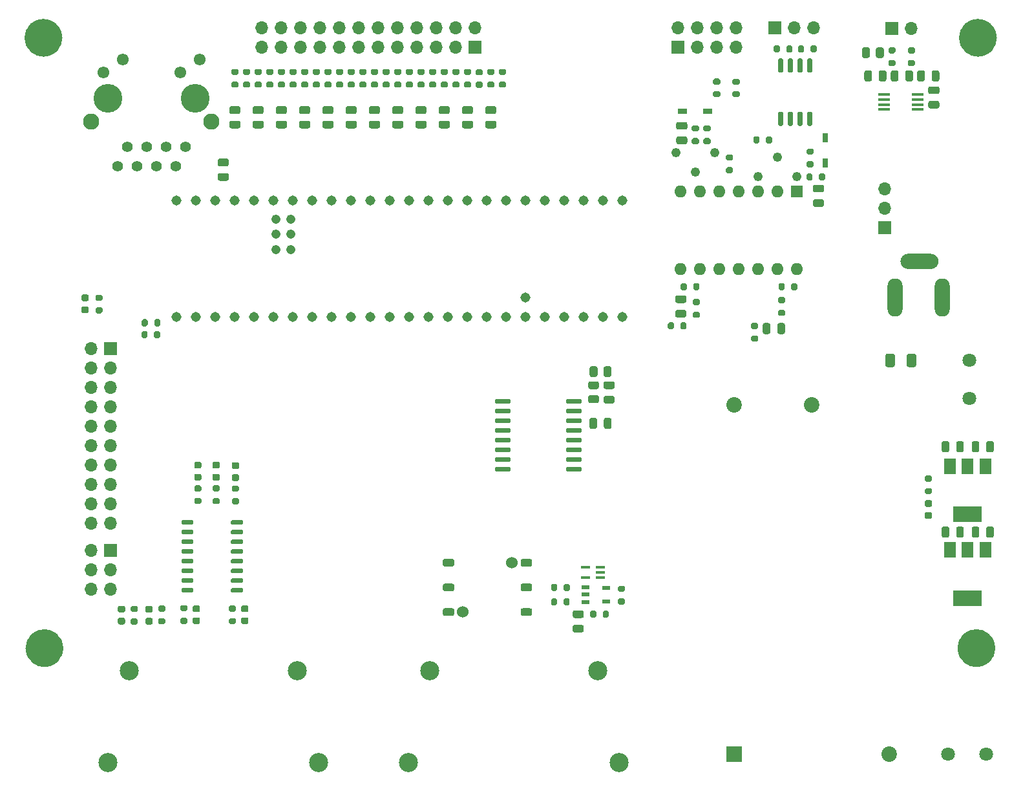
<source format=gts>
%TF.GenerationSoftware,KiCad,Pcbnew,(5.1.8)-1*%
%TF.CreationDate,2022-02-24T01:16:36-05:00*%
%TF.ProjectId,OCE_L,4f43455f-4c2e-46b6-9963-61645f706362,rev?*%
%TF.SameCoordinates,Original*%
%TF.FileFunction,Soldermask,Top*%
%TF.FilePolarity,Negative*%
%FSLAX46Y46*%
G04 Gerber Fmt 4.6, Leading zero omitted, Abs format (unit mm)*
G04 Created by KiCad (PCBNEW (5.1.8)-1) date 2022-02-24 01:16:36*
%MOMM*%
%LPD*%
G01*
G04 APERTURE LIST*
%ADD10C,3.000000*%
%ADD11C,1.308000*%
%ADD12C,1.208000*%
%ADD13O,2.000000X5.000000*%
%ADD14R,1.524000X0.431800*%
%ADD15R,1.500000X2.000000*%
%ADD16R,3.800000X2.000000*%
%ADD17O,1.700000X1.700000*%
%ADD18R,1.700000X1.700000*%
%ADD19C,1.397000*%
%ADD20C,1.549400*%
%ADD21C,3.759200*%
%ADD22C,2.108200*%
%ADD23O,1.600000X1.600000*%
%ADD24R,1.600000X1.600000*%
%ADD25C,1.219200*%
%ADD26R,0.762000X1.219200*%
%ADD27R,1.219200X0.762000*%
%ADD28C,1.803400*%
%ADD29C,2.500000*%
%ADD30C,2.030000*%
%ADD31R,2.030000X2.030000*%
%ADD32R,1.003300X0.508000*%
%ADD33R,1.170000X0.400000*%
%ADD34C,1.524000*%
G04 APERTURE END LIST*
D10*
X34972000Y-42100000D02*
G75*
G03*
X34972000Y-42100000I-1000000J0D01*
G01*
X157400000Y-42100000D02*
G75*
G03*
X157400000Y-42100000I-1000000J0D01*
G01*
X157200000Y-122000000D02*
G75*
G03*
X157200000Y-122000000I-1000000J0D01*
G01*
X35100000Y-122000000D02*
G75*
G03*
X35100000Y-122000000I-1000000J0D01*
G01*
D11*
%TO.C,IC1*%
X51435000Y-78613000D03*
X53975000Y-78613000D03*
X97155000Y-76073000D03*
X86995000Y-63373000D03*
D12*
X66405000Y-65823000D03*
X64405000Y-65823000D03*
X66405000Y-67823000D03*
X66405000Y-69823000D03*
X64405000Y-67823000D03*
X64405000Y-69823000D03*
D11*
X56515000Y-78613000D03*
X59055000Y-78613000D03*
X61595000Y-78613000D03*
X64135000Y-78613000D03*
X66675000Y-78613000D03*
X69215000Y-78613000D03*
X71755000Y-78613000D03*
X74295000Y-78613000D03*
X76835000Y-78613000D03*
X79375000Y-78613000D03*
X81915000Y-78613000D03*
X84455000Y-78613000D03*
X86995000Y-78613000D03*
X84455000Y-63373000D03*
X81915000Y-63373000D03*
X79375000Y-63373000D03*
X76835000Y-63373000D03*
X74295000Y-63373000D03*
X71755000Y-63373000D03*
X69215000Y-63373000D03*
X66675000Y-63373000D03*
X64135000Y-63373000D03*
X61595000Y-63373000D03*
X59055000Y-63373000D03*
X56515000Y-63373000D03*
X53975000Y-63373000D03*
X51435000Y-63373000D03*
X89535000Y-78613000D03*
X92075000Y-78613000D03*
X94615000Y-78613000D03*
X97155000Y-78613000D03*
X99695000Y-78613000D03*
X102235000Y-78613000D03*
X104775000Y-78613000D03*
X107315000Y-78613000D03*
X109855000Y-78613000D03*
X109855000Y-63373000D03*
X107315000Y-63373000D03*
X104775000Y-63373000D03*
X102235000Y-63373000D03*
X99695000Y-63373000D03*
X97155000Y-63373000D03*
X94615000Y-63373000D03*
X92075000Y-63373000D03*
X89535000Y-63373000D03*
%TD*%
D13*
%TO.C,J2*%
X145542000Y-76073000D03*
X151742000Y-76073000D03*
G36*
G01*
X150242000Y-72373000D02*
X147242000Y-72373000D01*
G75*
G02*
X146242000Y-71373000I0J1000000D01*
G01*
X146242000Y-71373000D01*
G75*
G02*
X147242000Y-70373000I1000000J0D01*
G01*
X150242000Y-70373000D01*
G75*
G02*
X151242000Y-71373000I0J-1000000D01*
G01*
X151242000Y-71373000D01*
G75*
G02*
X150242000Y-72373000I-1000000J0D01*
G01*
G37*
%TD*%
D14*
%TO.C,U8*%
X144132300Y-49540402D03*
X144132300Y-50190400D03*
X144132300Y-50840402D03*
X144132300Y-51490400D03*
X148475700Y-51490400D03*
X148475700Y-50840402D03*
X148475700Y-50190400D03*
X148475700Y-49540402D03*
%TD*%
%TO.C,R12*%
G36*
G01*
X130958000Y-76855000D02*
X130408000Y-76855000D01*
G75*
G02*
X130208000Y-76655000I0J200000D01*
G01*
X130208000Y-76255000D01*
G75*
G02*
X130408000Y-76055000I200000J0D01*
G01*
X130958000Y-76055000D01*
G75*
G02*
X131158000Y-76255000I0J-200000D01*
G01*
X131158000Y-76655000D01*
G75*
G02*
X130958000Y-76855000I-200000J0D01*
G01*
G37*
G36*
G01*
X130958000Y-78505000D02*
X130408000Y-78505000D01*
G75*
G02*
X130208000Y-78305000I0J200000D01*
G01*
X130208000Y-77905000D01*
G75*
G02*
X130408000Y-77705000I200000J0D01*
G01*
X130958000Y-77705000D01*
G75*
G02*
X131158000Y-77905000I0J-200000D01*
G01*
X131158000Y-78305000D01*
G75*
G02*
X130958000Y-78505000I-200000J0D01*
G01*
G37*
%TD*%
D15*
%TO.C,U1*%
X157367000Y-109143000D03*
X152767000Y-109143000D03*
X155067000Y-109143000D03*
D16*
X155067000Y-115443000D03*
%TD*%
D17*
%TO.C,J6*%
X134874000Y-40767000D03*
X132334000Y-40767000D03*
D18*
X129794000Y-40767000D03*
%TD*%
D15*
%TO.C,U5*%
X157367000Y-98171000D03*
X152767000Y-98171000D03*
X155067000Y-98171000D03*
D16*
X155067000Y-104471000D03*
%TD*%
D17*
%TO.C,J4*%
X62611000Y-40767000D03*
X62611000Y-43307000D03*
X65151000Y-40767000D03*
X65151000Y-43307000D03*
X67691000Y-40767000D03*
X67691000Y-43307000D03*
X70231000Y-40767000D03*
X70231000Y-43307000D03*
X72771000Y-40767000D03*
X72771000Y-43307000D03*
X75311000Y-40767000D03*
X75311000Y-43307000D03*
X77851000Y-40767000D03*
X77851000Y-43307000D03*
X80391000Y-40767000D03*
X80391000Y-43307000D03*
X82931000Y-40767000D03*
X82931000Y-43307000D03*
X85471000Y-40767000D03*
X85471000Y-43307000D03*
X88011000Y-40767000D03*
X88011000Y-43307000D03*
X90551000Y-40767000D03*
D18*
X90551000Y-43307000D03*
%TD*%
D17*
%TO.C,J3*%
X124714000Y-40767000D03*
X122174000Y-40767000D03*
X119634000Y-40767000D03*
X117094000Y-40767000D03*
X124714000Y-43307000D03*
X122174000Y-43307000D03*
X119634000Y-43307000D03*
D18*
X117094000Y-43307000D03*
%TD*%
D19*
%TO.C,J9*%
X51308000Y-58908010D03*
X48768000Y-58908010D03*
X46228000Y-58908010D03*
X43688000Y-58908010D03*
X52578000Y-56368010D03*
X50038000Y-56368010D03*
X47498000Y-56368010D03*
X44958000Y-56368010D03*
D20*
X54458000Y-44918010D03*
X51918000Y-46638010D03*
X44348000Y-44938010D03*
X41808000Y-46638010D03*
D21*
X53848000Y-49998010D03*
X42418000Y-49998010D03*
D22*
X56007998Y-53048010D03*
X40258002Y-53048010D03*
%TD*%
%TO.C,C3*%
G36*
G01*
X135034000Y-63238001D02*
X135984000Y-63238001D01*
G75*
G02*
X136234000Y-63488001I0J-250000D01*
G01*
X136234000Y-63988001D01*
G75*
G02*
X135984000Y-64238001I-250000J0D01*
G01*
X135034000Y-64238001D01*
G75*
G02*
X134784000Y-63988001I0J250000D01*
G01*
X134784000Y-63488001D01*
G75*
G02*
X135034000Y-63238001I250000J0D01*
G01*
G37*
G36*
G01*
X135034000Y-61338001D02*
X135984000Y-61338001D01*
G75*
G02*
X136234000Y-61588001I0J-250000D01*
G01*
X136234000Y-62088001D01*
G75*
G02*
X135984000Y-62338001I-250000J0D01*
G01*
X135034000Y-62338001D01*
G75*
G02*
X134784000Y-62088001I0J250000D01*
G01*
X134784000Y-61588001D01*
G75*
G02*
X135034000Y-61338001I250000J0D01*
G01*
G37*
%TD*%
%TO.C,C5*%
G36*
G01*
X117950000Y-76827000D02*
X117000000Y-76827000D01*
G75*
G02*
X116750000Y-76577000I0J250000D01*
G01*
X116750000Y-76077000D01*
G75*
G02*
X117000000Y-75827000I250000J0D01*
G01*
X117950000Y-75827000D01*
G75*
G02*
X118200000Y-76077000I0J-250000D01*
G01*
X118200000Y-76577000D01*
G75*
G02*
X117950000Y-76827000I-250000J0D01*
G01*
G37*
G36*
G01*
X117950000Y-78727000D02*
X117000000Y-78727000D01*
G75*
G02*
X116750000Y-78477000I0J250000D01*
G01*
X116750000Y-77977000D01*
G75*
G02*
X117000000Y-77727000I250000J0D01*
G01*
X117950000Y-77727000D01*
G75*
G02*
X118200000Y-77977000I0J-250000D01*
G01*
X118200000Y-78477000D01*
G75*
G02*
X117950000Y-78727000I-250000J0D01*
G01*
G37*
%TD*%
%TO.C,C6*%
G36*
G01*
X130127200Y-80637400D02*
X130127200Y-79687400D01*
G75*
G02*
X130377200Y-79437400I250000J0D01*
G01*
X130877200Y-79437400D01*
G75*
G02*
X131127200Y-79687400I0J-250000D01*
G01*
X131127200Y-80637400D01*
G75*
G02*
X130877200Y-80887400I-250000J0D01*
G01*
X130377200Y-80887400D01*
G75*
G02*
X130127200Y-80637400I0J250000D01*
G01*
G37*
G36*
G01*
X128227200Y-80637400D02*
X128227200Y-79687400D01*
G75*
G02*
X128477200Y-79437400I250000J0D01*
G01*
X128977200Y-79437400D01*
G75*
G02*
X129227200Y-79687400I0J-250000D01*
G01*
X129227200Y-80637400D01*
G75*
G02*
X128977200Y-80887400I-250000J0D01*
G01*
X128477200Y-80887400D01*
G75*
G02*
X128227200Y-80637400I0J250000D01*
G01*
G37*
%TD*%
%TO.C,C7*%
G36*
G01*
X107394200Y-93045300D02*
X107394200Y-92095300D01*
G75*
G02*
X107644200Y-91845300I250000J0D01*
G01*
X108144200Y-91845300D01*
G75*
G02*
X108394200Y-92095300I0J-250000D01*
G01*
X108394200Y-93045300D01*
G75*
G02*
X108144200Y-93295300I-250000J0D01*
G01*
X107644200Y-93295300D01*
G75*
G02*
X107394200Y-93045300I0J250000D01*
G01*
G37*
G36*
G01*
X105494200Y-93045300D02*
X105494200Y-92095300D01*
G75*
G02*
X105744200Y-91845300I250000J0D01*
G01*
X106244200Y-91845300D01*
G75*
G02*
X106494200Y-92095300I0J-250000D01*
G01*
X106494200Y-93045300D01*
G75*
G02*
X106244200Y-93295300I-250000J0D01*
G01*
X105744200Y-93295300D01*
G75*
G02*
X105494200Y-93045300I0J250000D01*
G01*
G37*
%TD*%
%TO.C,C9*%
G36*
G01*
X58580000Y-52962000D02*
X59530000Y-52962000D01*
G75*
G02*
X59780000Y-53212000I0J-250000D01*
G01*
X59780000Y-53712000D01*
G75*
G02*
X59530000Y-53962000I-250000J0D01*
G01*
X58580000Y-53962000D01*
G75*
G02*
X58330000Y-53712000I0J250000D01*
G01*
X58330000Y-53212000D01*
G75*
G02*
X58580000Y-52962000I250000J0D01*
G01*
G37*
G36*
G01*
X58580000Y-51062000D02*
X59530000Y-51062000D01*
G75*
G02*
X59780000Y-51312000I0J-250000D01*
G01*
X59780000Y-51812000D01*
G75*
G02*
X59530000Y-52062000I-250000J0D01*
G01*
X58580000Y-52062000D01*
G75*
G02*
X58330000Y-51812000I0J250000D01*
G01*
X58330000Y-51312000D01*
G75*
G02*
X58580000Y-51062000I250000J0D01*
G01*
G37*
%TD*%
%TO.C,C10*%
G36*
G01*
X108552000Y-88079200D02*
X107602000Y-88079200D01*
G75*
G02*
X107352000Y-87829200I0J250000D01*
G01*
X107352000Y-87329200D01*
G75*
G02*
X107602000Y-87079200I250000J0D01*
G01*
X108552000Y-87079200D01*
G75*
G02*
X108802000Y-87329200I0J-250000D01*
G01*
X108802000Y-87829200D01*
G75*
G02*
X108552000Y-88079200I-250000J0D01*
G01*
G37*
G36*
G01*
X108552000Y-89979200D02*
X107602000Y-89979200D01*
G75*
G02*
X107352000Y-89729200I0J250000D01*
G01*
X107352000Y-89229200D01*
G75*
G02*
X107602000Y-88979200I250000J0D01*
G01*
X108552000Y-88979200D01*
G75*
G02*
X108802000Y-89229200I0J-250000D01*
G01*
X108802000Y-89729200D01*
G75*
G02*
X108552000Y-89979200I-250000J0D01*
G01*
G37*
%TD*%
%TO.C,C11*%
G36*
G01*
X61628000Y-52962000D02*
X62578000Y-52962000D01*
G75*
G02*
X62828000Y-53212000I0J-250000D01*
G01*
X62828000Y-53712000D01*
G75*
G02*
X62578000Y-53962000I-250000J0D01*
G01*
X61628000Y-53962000D01*
G75*
G02*
X61378000Y-53712000I0J250000D01*
G01*
X61378000Y-53212000D01*
G75*
G02*
X61628000Y-52962000I250000J0D01*
G01*
G37*
G36*
G01*
X61628000Y-51062000D02*
X62578000Y-51062000D01*
G75*
G02*
X62828000Y-51312000I0J-250000D01*
G01*
X62828000Y-51812000D01*
G75*
G02*
X62578000Y-52062000I-250000J0D01*
G01*
X61628000Y-52062000D01*
G75*
G02*
X61378000Y-51812000I0J250000D01*
G01*
X61378000Y-51312000D01*
G75*
G02*
X61628000Y-51062000I250000J0D01*
G01*
G37*
%TD*%
%TO.C,C12*%
G36*
G01*
X64676000Y-52962000D02*
X65626000Y-52962000D01*
G75*
G02*
X65876000Y-53212000I0J-250000D01*
G01*
X65876000Y-53712000D01*
G75*
G02*
X65626000Y-53962000I-250000J0D01*
G01*
X64676000Y-53962000D01*
G75*
G02*
X64426000Y-53712000I0J250000D01*
G01*
X64426000Y-53212000D01*
G75*
G02*
X64676000Y-52962000I250000J0D01*
G01*
G37*
G36*
G01*
X64676000Y-51062000D02*
X65626000Y-51062000D01*
G75*
G02*
X65876000Y-51312000I0J-250000D01*
G01*
X65876000Y-51812000D01*
G75*
G02*
X65626000Y-52062000I-250000J0D01*
G01*
X64676000Y-52062000D01*
G75*
G02*
X64426000Y-51812000I0J250000D01*
G01*
X64426000Y-51312000D01*
G75*
G02*
X64676000Y-51062000I250000J0D01*
G01*
G37*
%TD*%
%TO.C,C13*%
G36*
G01*
X92108000Y-52962000D02*
X93058000Y-52962000D01*
G75*
G02*
X93308000Y-53212000I0J-250000D01*
G01*
X93308000Y-53712000D01*
G75*
G02*
X93058000Y-53962000I-250000J0D01*
G01*
X92108000Y-53962000D01*
G75*
G02*
X91858000Y-53712000I0J250000D01*
G01*
X91858000Y-53212000D01*
G75*
G02*
X92108000Y-52962000I250000J0D01*
G01*
G37*
G36*
G01*
X92108000Y-51062000D02*
X93058000Y-51062000D01*
G75*
G02*
X93308000Y-51312000I0J-250000D01*
G01*
X93308000Y-51812000D01*
G75*
G02*
X93058000Y-52062000I-250000J0D01*
G01*
X92108000Y-52062000D01*
G75*
G02*
X91858000Y-51812000I0J250000D01*
G01*
X91858000Y-51312000D01*
G75*
G02*
X92108000Y-51062000I250000J0D01*
G01*
G37*
%TD*%
%TO.C,C14*%
G36*
G01*
X67724000Y-52962000D02*
X68674000Y-52962000D01*
G75*
G02*
X68924000Y-53212000I0J-250000D01*
G01*
X68924000Y-53712000D01*
G75*
G02*
X68674000Y-53962000I-250000J0D01*
G01*
X67724000Y-53962000D01*
G75*
G02*
X67474000Y-53712000I0J250000D01*
G01*
X67474000Y-53212000D01*
G75*
G02*
X67724000Y-52962000I250000J0D01*
G01*
G37*
G36*
G01*
X67724000Y-51062000D02*
X68674000Y-51062000D01*
G75*
G02*
X68924000Y-51312000I0J-250000D01*
G01*
X68924000Y-51812000D01*
G75*
G02*
X68674000Y-52062000I-250000J0D01*
G01*
X67724000Y-52062000D01*
G75*
G02*
X67474000Y-51812000I0J250000D01*
G01*
X67474000Y-51312000D01*
G75*
G02*
X67724000Y-51062000I250000J0D01*
G01*
G37*
%TD*%
%TO.C,C15*%
G36*
G01*
X89060000Y-52962000D02*
X90010000Y-52962000D01*
G75*
G02*
X90260000Y-53212000I0J-250000D01*
G01*
X90260000Y-53712000D01*
G75*
G02*
X90010000Y-53962000I-250000J0D01*
G01*
X89060000Y-53962000D01*
G75*
G02*
X88810000Y-53712000I0J250000D01*
G01*
X88810000Y-53212000D01*
G75*
G02*
X89060000Y-52962000I250000J0D01*
G01*
G37*
G36*
G01*
X89060000Y-51062000D02*
X90010000Y-51062000D01*
G75*
G02*
X90260000Y-51312000I0J-250000D01*
G01*
X90260000Y-51812000D01*
G75*
G02*
X90010000Y-52062000I-250000J0D01*
G01*
X89060000Y-52062000D01*
G75*
G02*
X88810000Y-51812000I0J250000D01*
G01*
X88810000Y-51312000D01*
G75*
G02*
X89060000Y-51062000I250000J0D01*
G01*
G37*
%TD*%
%TO.C,C16*%
G36*
G01*
X70772000Y-52962000D02*
X71722000Y-52962000D01*
G75*
G02*
X71972000Y-53212000I0J-250000D01*
G01*
X71972000Y-53712000D01*
G75*
G02*
X71722000Y-53962000I-250000J0D01*
G01*
X70772000Y-53962000D01*
G75*
G02*
X70522000Y-53712000I0J250000D01*
G01*
X70522000Y-53212000D01*
G75*
G02*
X70772000Y-52962000I250000J0D01*
G01*
G37*
G36*
G01*
X70772000Y-51062000D02*
X71722000Y-51062000D01*
G75*
G02*
X71972000Y-51312000I0J-250000D01*
G01*
X71972000Y-51812000D01*
G75*
G02*
X71722000Y-52062000I-250000J0D01*
G01*
X70772000Y-52062000D01*
G75*
G02*
X70522000Y-51812000I0J250000D01*
G01*
X70522000Y-51312000D01*
G75*
G02*
X70772000Y-51062000I250000J0D01*
G01*
G37*
%TD*%
%TO.C,C17*%
G36*
G01*
X86012000Y-52962000D02*
X86962000Y-52962000D01*
G75*
G02*
X87212000Y-53212000I0J-250000D01*
G01*
X87212000Y-53712000D01*
G75*
G02*
X86962000Y-53962000I-250000J0D01*
G01*
X86012000Y-53962000D01*
G75*
G02*
X85762000Y-53712000I0J250000D01*
G01*
X85762000Y-53212000D01*
G75*
G02*
X86012000Y-52962000I250000J0D01*
G01*
G37*
G36*
G01*
X86012000Y-51062000D02*
X86962000Y-51062000D01*
G75*
G02*
X87212000Y-51312000I0J-250000D01*
G01*
X87212000Y-51812000D01*
G75*
G02*
X86962000Y-52062000I-250000J0D01*
G01*
X86012000Y-52062000D01*
G75*
G02*
X85762000Y-51812000I0J250000D01*
G01*
X85762000Y-51312000D01*
G75*
G02*
X86012000Y-51062000I250000J0D01*
G01*
G37*
%TD*%
%TO.C,C18*%
G36*
G01*
X82964000Y-52962000D02*
X83914000Y-52962000D01*
G75*
G02*
X84164000Y-53212000I0J-250000D01*
G01*
X84164000Y-53712000D01*
G75*
G02*
X83914000Y-53962000I-250000J0D01*
G01*
X82964000Y-53962000D01*
G75*
G02*
X82714000Y-53712000I0J250000D01*
G01*
X82714000Y-53212000D01*
G75*
G02*
X82964000Y-52962000I250000J0D01*
G01*
G37*
G36*
G01*
X82964000Y-51062000D02*
X83914000Y-51062000D01*
G75*
G02*
X84164000Y-51312000I0J-250000D01*
G01*
X84164000Y-51812000D01*
G75*
G02*
X83914000Y-52062000I-250000J0D01*
G01*
X82964000Y-52062000D01*
G75*
G02*
X82714000Y-51812000I0J250000D01*
G01*
X82714000Y-51312000D01*
G75*
G02*
X82964000Y-51062000I250000J0D01*
G01*
G37*
%TD*%
%TO.C,C19*%
G36*
G01*
X73820000Y-52962000D02*
X74770000Y-52962000D01*
G75*
G02*
X75020000Y-53212000I0J-250000D01*
G01*
X75020000Y-53712000D01*
G75*
G02*
X74770000Y-53962000I-250000J0D01*
G01*
X73820000Y-53962000D01*
G75*
G02*
X73570000Y-53712000I0J250000D01*
G01*
X73570000Y-53212000D01*
G75*
G02*
X73820000Y-52962000I250000J0D01*
G01*
G37*
G36*
G01*
X73820000Y-51062000D02*
X74770000Y-51062000D01*
G75*
G02*
X75020000Y-51312000I0J-250000D01*
G01*
X75020000Y-51812000D01*
G75*
G02*
X74770000Y-52062000I-250000J0D01*
G01*
X73820000Y-52062000D01*
G75*
G02*
X73570000Y-51812000I0J250000D01*
G01*
X73570000Y-51312000D01*
G75*
G02*
X73820000Y-51062000I250000J0D01*
G01*
G37*
%TD*%
%TO.C,C20*%
G36*
G01*
X79916000Y-52962000D02*
X80866000Y-52962000D01*
G75*
G02*
X81116000Y-53212000I0J-250000D01*
G01*
X81116000Y-53712000D01*
G75*
G02*
X80866000Y-53962000I-250000J0D01*
G01*
X79916000Y-53962000D01*
G75*
G02*
X79666000Y-53712000I0J250000D01*
G01*
X79666000Y-53212000D01*
G75*
G02*
X79916000Y-52962000I250000J0D01*
G01*
G37*
G36*
G01*
X79916000Y-51062000D02*
X80866000Y-51062000D01*
G75*
G02*
X81116000Y-51312000I0J-250000D01*
G01*
X81116000Y-51812000D01*
G75*
G02*
X80866000Y-52062000I-250000J0D01*
G01*
X79916000Y-52062000D01*
G75*
G02*
X79666000Y-51812000I0J250000D01*
G01*
X79666000Y-51312000D01*
G75*
G02*
X79916000Y-51062000I250000J0D01*
G01*
G37*
%TD*%
%TO.C,C21*%
G36*
G01*
X76868000Y-52962000D02*
X77818000Y-52962000D01*
G75*
G02*
X78068000Y-53212000I0J-250000D01*
G01*
X78068000Y-53712000D01*
G75*
G02*
X77818000Y-53962000I-250000J0D01*
G01*
X76868000Y-53962000D01*
G75*
G02*
X76618000Y-53712000I0J250000D01*
G01*
X76618000Y-53212000D01*
G75*
G02*
X76868000Y-52962000I250000J0D01*
G01*
G37*
G36*
G01*
X76868000Y-51062000D02*
X77818000Y-51062000D01*
G75*
G02*
X78068000Y-51312000I0J-250000D01*
G01*
X78068000Y-51812000D01*
G75*
G02*
X77818000Y-52062000I-250000J0D01*
G01*
X76868000Y-52062000D01*
G75*
G02*
X76618000Y-51812000I0J250000D01*
G01*
X76618000Y-51312000D01*
G75*
G02*
X76868000Y-51062000I250000J0D01*
G01*
G37*
%TD*%
%TO.C,R22*%
G36*
G01*
X105594998Y-88891700D02*
X106495002Y-88891700D01*
G75*
G02*
X106745000Y-89141698I0J-249998D01*
G01*
X106745000Y-89666702D01*
G75*
G02*
X106495002Y-89916700I-249998J0D01*
G01*
X105594998Y-89916700D01*
G75*
G02*
X105345000Y-89666702I0J249998D01*
G01*
X105345000Y-89141698D01*
G75*
G02*
X105594998Y-88891700I249998J0D01*
G01*
G37*
G36*
G01*
X105594998Y-87066700D02*
X106495002Y-87066700D01*
G75*
G02*
X106745000Y-87316698I0J-249998D01*
G01*
X106745000Y-87841702D01*
G75*
G02*
X106495002Y-88091700I-249998J0D01*
G01*
X105594998Y-88091700D01*
G75*
G02*
X105345000Y-87841702I0J249998D01*
G01*
X105345000Y-87316698D01*
G75*
G02*
X105594998Y-87066700I249998J0D01*
G01*
G37*
%TD*%
%TO.C,R27*%
G36*
G01*
X106557500Y-85351198D02*
X106557500Y-86251202D01*
G75*
G02*
X106307502Y-86501200I-249998J0D01*
G01*
X105782498Y-86501200D01*
G75*
G02*
X105532500Y-86251202I0J249998D01*
G01*
X105532500Y-85351198D01*
G75*
G02*
X105782498Y-85101200I249998J0D01*
G01*
X106307502Y-85101200D01*
G75*
G02*
X106557500Y-85351198I0J-249998D01*
G01*
G37*
G36*
G01*
X108382500Y-85351198D02*
X108382500Y-86251202D01*
G75*
G02*
X108132502Y-86501200I-249998J0D01*
G01*
X107607498Y-86501200D01*
G75*
G02*
X107357500Y-86251202I0J249998D01*
G01*
X107357500Y-85351198D01*
G75*
G02*
X107607498Y-85101200I249998J0D01*
G01*
X108132502Y-85101200D01*
G75*
G02*
X108382500Y-85351198I0J-249998D01*
G01*
G37*
%TD*%
%TO.C,U2*%
G36*
G01*
X53632000Y-114289500D02*
X53632000Y-114564500D01*
G75*
G02*
X53494500Y-114702000I-137500J0D01*
G01*
X52169500Y-114702000D01*
G75*
G02*
X52032000Y-114564500I0J137500D01*
G01*
X52032000Y-114289500D01*
G75*
G02*
X52169500Y-114152000I137500J0D01*
G01*
X53494500Y-114152000D01*
G75*
G02*
X53632000Y-114289500I0J-137500D01*
G01*
G37*
G36*
G01*
X53632000Y-113019500D02*
X53632000Y-113294500D01*
G75*
G02*
X53494500Y-113432000I-137500J0D01*
G01*
X52169500Y-113432000D01*
G75*
G02*
X52032000Y-113294500I0J137500D01*
G01*
X52032000Y-113019500D01*
G75*
G02*
X52169500Y-112882000I137500J0D01*
G01*
X53494500Y-112882000D01*
G75*
G02*
X53632000Y-113019500I0J-137500D01*
G01*
G37*
G36*
G01*
X53632000Y-111749500D02*
X53632000Y-112024500D01*
G75*
G02*
X53494500Y-112162000I-137500J0D01*
G01*
X52169500Y-112162000D01*
G75*
G02*
X52032000Y-112024500I0J137500D01*
G01*
X52032000Y-111749500D01*
G75*
G02*
X52169500Y-111612000I137500J0D01*
G01*
X53494500Y-111612000D01*
G75*
G02*
X53632000Y-111749500I0J-137500D01*
G01*
G37*
G36*
G01*
X53632000Y-110479500D02*
X53632000Y-110754500D01*
G75*
G02*
X53494500Y-110892000I-137500J0D01*
G01*
X52169500Y-110892000D01*
G75*
G02*
X52032000Y-110754500I0J137500D01*
G01*
X52032000Y-110479500D01*
G75*
G02*
X52169500Y-110342000I137500J0D01*
G01*
X53494500Y-110342000D01*
G75*
G02*
X53632000Y-110479500I0J-137500D01*
G01*
G37*
G36*
G01*
X53632000Y-109209500D02*
X53632000Y-109484500D01*
G75*
G02*
X53494500Y-109622000I-137500J0D01*
G01*
X52169500Y-109622000D01*
G75*
G02*
X52032000Y-109484500I0J137500D01*
G01*
X52032000Y-109209500D01*
G75*
G02*
X52169500Y-109072000I137500J0D01*
G01*
X53494500Y-109072000D01*
G75*
G02*
X53632000Y-109209500I0J-137500D01*
G01*
G37*
G36*
G01*
X53632000Y-107939500D02*
X53632000Y-108214500D01*
G75*
G02*
X53494500Y-108352000I-137500J0D01*
G01*
X52169500Y-108352000D01*
G75*
G02*
X52032000Y-108214500I0J137500D01*
G01*
X52032000Y-107939500D01*
G75*
G02*
X52169500Y-107802000I137500J0D01*
G01*
X53494500Y-107802000D01*
G75*
G02*
X53632000Y-107939500I0J-137500D01*
G01*
G37*
G36*
G01*
X53632000Y-106669500D02*
X53632000Y-106944500D01*
G75*
G02*
X53494500Y-107082000I-137500J0D01*
G01*
X52169500Y-107082000D01*
G75*
G02*
X52032000Y-106944500I0J137500D01*
G01*
X52032000Y-106669500D01*
G75*
G02*
X52169500Y-106532000I137500J0D01*
G01*
X53494500Y-106532000D01*
G75*
G02*
X53632000Y-106669500I0J-137500D01*
G01*
G37*
G36*
G01*
X53632000Y-105399500D02*
X53632000Y-105674500D01*
G75*
G02*
X53494500Y-105812000I-137500J0D01*
G01*
X52169500Y-105812000D01*
G75*
G02*
X52032000Y-105674500I0J137500D01*
G01*
X52032000Y-105399500D01*
G75*
G02*
X52169500Y-105262000I137500J0D01*
G01*
X53494500Y-105262000D01*
G75*
G02*
X53632000Y-105399500I0J-137500D01*
G01*
G37*
G36*
G01*
X60132000Y-105399500D02*
X60132000Y-105674500D01*
G75*
G02*
X59994500Y-105812000I-137500J0D01*
G01*
X58669500Y-105812000D01*
G75*
G02*
X58532000Y-105674500I0J137500D01*
G01*
X58532000Y-105399500D01*
G75*
G02*
X58669500Y-105262000I137500J0D01*
G01*
X59994500Y-105262000D01*
G75*
G02*
X60132000Y-105399500I0J-137500D01*
G01*
G37*
G36*
G01*
X60132000Y-106669500D02*
X60132000Y-106944500D01*
G75*
G02*
X59994500Y-107082000I-137500J0D01*
G01*
X58669500Y-107082000D01*
G75*
G02*
X58532000Y-106944500I0J137500D01*
G01*
X58532000Y-106669500D01*
G75*
G02*
X58669500Y-106532000I137500J0D01*
G01*
X59994500Y-106532000D01*
G75*
G02*
X60132000Y-106669500I0J-137500D01*
G01*
G37*
G36*
G01*
X60132000Y-107939500D02*
X60132000Y-108214500D01*
G75*
G02*
X59994500Y-108352000I-137500J0D01*
G01*
X58669500Y-108352000D01*
G75*
G02*
X58532000Y-108214500I0J137500D01*
G01*
X58532000Y-107939500D01*
G75*
G02*
X58669500Y-107802000I137500J0D01*
G01*
X59994500Y-107802000D01*
G75*
G02*
X60132000Y-107939500I0J-137500D01*
G01*
G37*
G36*
G01*
X60132000Y-109209500D02*
X60132000Y-109484500D01*
G75*
G02*
X59994500Y-109622000I-137500J0D01*
G01*
X58669500Y-109622000D01*
G75*
G02*
X58532000Y-109484500I0J137500D01*
G01*
X58532000Y-109209500D01*
G75*
G02*
X58669500Y-109072000I137500J0D01*
G01*
X59994500Y-109072000D01*
G75*
G02*
X60132000Y-109209500I0J-137500D01*
G01*
G37*
G36*
G01*
X60132000Y-110479500D02*
X60132000Y-110754500D01*
G75*
G02*
X59994500Y-110892000I-137500J0D01*
G01*
X58669500Y-110892000D01*
G75*
G02*
X58532000Y-110754500I0J137500D01*
G01*
X58532000Y-110479500D01*
G75*
G02*
X58669500Y-110342000I137500J0D01*
G01*
X59994500Y-110342000D01*
G75*
G02*
X60132000Y-110479500I0J-137500D01*
G01*
G37*
G36*
G01*
X60132000Y-111749500D02*
X60132000Y-112024500D01*
G75*
G02*
X59994500Y-112162000I-137500J0D01*
G01*
X58669500Y-112162000D01*
G75*
G02*
X58532000Y-112024500I0J137500D01*
G01*
X58532000Y-111749500D01*
G75*
G02*
X58669500Y-111612000I137500J0D01*
G01*
X59994500Y-111612000D01*
G75*
G02*
X60132000Y-111749500I0J-137500D01*
G01*
G37*
G36*
G01*
X60132000Y-113019500D02*
X60132000Y-113294500D01*
G75*
G02*
X59994500Y-113432000I-137500J0D01*
G01*
X58669500Y-113432000D01*
G75*
G02*
X58532000Y-113294500I0J137500D01*
G01*
X58532000Y-113019500D01*
G75*
G02*
X58669500Y-112882000I137500J0D01*
G01*
X59994500Y-112882000D01*
G75*
G02*
X60132000Y-113019500I0J-137500D01*
G01*
G37*
G36*
G01*
X60132000Y-114289500D02*
X60132000Y-114564500D01*
G75*
G02*
X59994500Y-114702000I-137500J0D01*
G01*
X58669500Y-114702000D01*
G75*
G02*
X58532000Y-114564500I0J137500D01*
G01*
X58532000Y-114289500D01*
G75*
G02*
X58669500Y-114152000I137500J0D01*
G01*
X59994500Y-114152000D01*
G75*
G02*
X60132000Y-114289500I0J-137500D01*
G01*
G37*
%TD*%
D23*
%TO.C,U3*%
X132715000Y-72390000D03*
X117475000Y-62230000D03*
X130175000Y-72390000D03*
X120015000Y-62230000D03*
X127635000Y-72390000D03*
X122555000Y-62230000D03*
X125095000Y-72390000D03*
X125095000Y-62230000D03*
X122555000Y-72390000D03*
X127635000Y-62230000D03*
X120015000Y-72390000D03*
X130175000Y-62230000D03*
X117475000Y-72390000D03*
D24*
X132715000Y-62230000D03*
%TD*%
D25*
%TO.C,RV1*%
X127635000Y-60299600D03*
X130175000Y-57759600D03*
X132715000Y-60299600D03*
%TD*%
%TO.C,RV2*%
X121920000Y-57150000D03*
X119380000Y-59690000D03*
X116840000Y-57150000D03*
%TD*%
%TO.C,C22*%
G36*
G01*
X58006000Y-58920000D02*
X57056000Y-58920000D01*
G75*
G02*
X56806000Y-58670000I0J250000D01*
G01*
X56806000Y-58170000D01*
G75*
G02*
X57056000Y-57920000I250000J0D01*
G01*
X58006000Y-57920000D01*
G75*
G02*
X58256000Y-58170000I0J-250000D01*
G01*
X58256000Y-58670000D01*
G75*
G02*
X58006000Y-58920000I-250000J0D01*
G01*
G37*
G36*
G01*
X58006000Y-60820000D02*
X57056000Y-60820000D01*
G75*
G02*
X56806000Y-60570000I0J250000D01*
G01*
X56806000Y-60070000D01*
G75*
G02*
X57056000Y-59820000I250000J0D01*
G01*
X58006000Y-59820000D01*
G75*
G02*
X58256000Y-60070000I0J-250000D01*
G01*
X58256000Y-60570000D01*
G75*
G02*
X58006000Y-60820000I-250000J0D01*
G01*
G37*
%TD*%
%TO.C,C1*%
G36*
G01*
X153551000Y-96106000D02*
X153551000Y-95156000D01*
G75*
G02*
X153801000Y-94906000I250000J0D01*
G01*
X154301000Y-94906000D01*
G75*
G02*
X154551000Y-95156000I0J-250000D01*
G01*
X154551000Y-96106000D01*
G75*
G02*
X154301000Y-96356000I-250000J0D01*
G01*
X153801000Y-96356000D01*
G75*
G02*
X153551000Y-96106000I0J250000D01*
G01*
G37*
G36*
G01*
X151651000Y-96106000D02*
X151651000Y-95156000D01*
G75*
G02*
X151901000Y-94906000I250000J0D01*
G01*
X152401000Y-94906000D01*
G75*
G02*
X152651000Y-95156000I0J-250000D01*
G01*
X152651000Y-96106000D01*
G75*
G02*
X152401000Y-96356000I-250000J0D01*
G01*
X151901000Y-96356000D01*
G75*
G02*
X151651000Y-96106000I0J250000D01*
G01*
G37*
%TD*%
%TO.C,C2*%
G36*
G01*
X152651000Y-106332000D02*
X152651000Y-107282000D01*
G75*
G02*
X152401000Y-107532000I-250000J0D01*
G01*
X151901000Y-107532000D01*
G75*
G02*
X151651000Y-107282000I0J250000D01*
G01*
X151651000Y-106332000D01*
G75*
G02*
X151901000Y-106082000I250000J0D01*
G01*
X152401000Y-106082000D01*
G75*
G02*
X152651000Y-106332000I0J-250000D01*
G01*
G37*
G36*
G01*
X154551000Y-106332000D02*
X154551000Y-107282000D01*
G75*
G02*
X154301000Y-107532000I-250000J0D01*
G01*
X153801000Y-107532000D01*
G75*
G02*
X153551000Y-107282000I0J250000D01*
G01*
X153551000Y-106332000D01*
G75*
G02*
X153801000Y-106082000I250000J0D01*
G01*
X154301000Y-106082000D01*
G75*
G02*
X154551000Y-106332000I0J-250000D01*
G01*
G37*
%TD*%
%TO.C,C23*%
G36*
G01*
X157483000Y-107282000D02*
X157483000Y-106332000D01*
G75*
G02*
X157733000Y-106082000I250000J0D01*
G01*
X158233000Y-106082000D01*
G75*
G02*
X158483000Y-106332000I0J-250000D01*
G01*
X158483000Y-107282000D01*
G75*
G02*
X158233000Y-107532000I-250000J0D01*
G01*
X157733000Y-107532000D01*
G75*
G02*
X157483000Y-107282000I0J250000D01*
G01*
G37*
G36*
G01*
X155583000Y-107282000D02*
X155583000Y-106332000D01*
G75*
G02*
X155833000Y-106082000I250000J0D01*
G01*
X156333000Y-106082000D01*
G75*
G02*
X156583000Y-106332000I0J-250000D01*
G01*
X156583000Y-107282000D01*
G75*
G02*
X156333000Y-107532000I-250000J0D01*
G01*
X155833000Y-107532000D01*
G75*
G02*
X155583000Y-107282000I0J250000D01*
G01*
G37*
%TD*%
%TO.C,C24*%
G36*
G01*
X156583000Y-95156000D02*
X156583000Y-96106000D01*
G75*
G02*
X156333000Y-96356000I-250000J0D01*
G01*
X155833000Y-96356000D01*
G75*
G02*
X155583000Y-96106000I0J250000D01*
G01*
X155583000Y-95156000D01*
G75*
G02*
X155833000Y-94906000I250000J0D01*
G01*
X156333000Y-94906000D01*
G75*
G02*
X156583000Y-95156000I0J-250000D01*
G01*
G37*
G36*
G01*
X158483000Y-95156000D02*
X158483000Y-96106000D01*
G75*
G02*
X158233000Y-96356000I-250000J0D01*
G01*
X157733000Y-96356000D01*
G75*
G02*
X157483000Y-96106000I0J250000D01*
G01*
X157483000Y-95156000D01*
G75*
G02*
X157733000Y-94906000I250000J0D01*
G01*
X158233000Y-94906000D01*
G75*
G02*
X158483000Y-95156000I0J-250000D01*
G01*
G37*
%TD*%
%TO.C,R2*%
G36*
G01*
X127782000Y-55198600D02*
X127782000Y-55748600D01*
G75*
G02*
X127582000Y-55948600I-200000J0D01*
G01*
X127182000Y-55948600D01*
G75*
G02*
X126982000Y-55748600I0J200000D01*
G01*
X126982000Y-55198600D01*
G75*
G02*
X127182000Y-54998600I200000J0D01*
G01*
X127582000Y-54998600D01*
G75*
G02*
X127782000Y-55198600I0J-200000D01*
G01*
G37*
G36*
G01*
X129432000Y-55198600D02*
X129432000Y-55748600D01*
G75*
G02*
X129232000Y-55948600I-200000J0D01*
G01*
X128832000Y-55948600D01*
G75*
G02*
X128632000Y-55748600I0J200000D01*
G01*
X128632000Y-55198600D01*
G75*
G02*
X128832000Y-54998600I200000J0D01*
G01*
X129232000Y-54998600D01*
G75*
G02*
X129432000Y-55198600I0J-200000D01*
G01*
G37*
%TD*%
%TO.C,R5*%
G36*
G01*
X124125400Y-58186000D02*
X123575400Y-58186000D01*
G75*
G02*
X123375400Y-57986000I0J200000D01*
G01*
X123375400Y-57586000D01*
G75*
G02*
X123575400Y-57386000I200000J0D01*
G01*
X124125400Y-57386000D01*
G75*
G02*
X124325400Y-57586000I0J-200000D01*
G01*
X124325400Y-57986000D01*
G75*
G02*
X124125400Y-58186000I-200000J0D01*
G01*
G37*
G36*
G01*
X124125400Y-59836000D02*
X123575400Y-59836000D01*
G75*
G02*
X123375400Y-59636000I0J200000D01*
G01*
X123375400Y-59236000D01*
G75*
G02*
X123575400Y-59036000I200000J0D01*
G01*
X124125400Y-59036000D01*
G75*
G02*
X124325400Y-59236000I0J-200000D01*
G01*
X124325400Y-59636000D01*
G75*
G02*
X124125400Y-59836000I-200000J0D01*
G01*
G37*
%TD*%
%TO.C,R7*%
G36*
G01*
X118257000Y-74401000D02*
X118257000Y-74951000D01*
G75*
G02*
X118057000Y-75151000I-200000J0D01*
G01*
X117657000Y-75151000D01*
G75*
G02*
X117457000Y-74951000I0J200000D01*
G01*
X117457000Y-74401000D01*
G75*
G02*
X117657000Y-74201000I200000J0D01*
G01*
X118057000Y-74201000D01*
G75*
G02*
X118257000Y-74401000I0J-200000D01*
G01*
G37*
G36*
G01*
X119907000Y-74401000D02*
X119907000Y-74951000D01*
G75*
G02*
X119707000Y-75151000I-200000J0D01*
G01*
X119307000Y-75151000D01*
G75*
G02*
X119107000Y-74951000I0J200000D01*
G01*
X119107000Y-74401000D01*
G75*
G02*
X119307000Y-74201000I200000J0D01*
G01*
X119707000Y-74201000D01*
G75*
G02*
X119907000Y-74401000I0J-200000D01*
G01*
G37*
%TD*%
%TO.C,R8*%
G36*
G01*
X116579600Y-79531800D02*
X116579600Y-80081800D01*
G75*
G02*
X116379600Y-80281800I-200000J0D01*
G01*
X115979600Y-80281800D01*
G75*
G02*
X115779600Y-80081800I0J200000D01*
G01*
X115779600Y-79531800D01*
G75*
G02*
X115979600Y-79331800I200000J0D01*
G01*
X116379600Y-79331800D01*
G75*
G02*
X116579600Y-79531800I0J-200000D01*
G01*
G37*
G36*
G01*
X118229600Y-79531800D02*
X118229600Y-80081800D01*
G75*
G02*
X118029600Y-80281800I-200000J0D01*
G01*
X117629600Y-80281800D01*
G75*
G02*
X117429600Y-80081800I0J200000D01*
G01*
X117429600Y-79531800D01*
G75*
G02*
X117629600Y-79331800I200000J0D01*
G01*
X118029600Y-79331800D01*
G75*
G02*
X118229600Y-79531800I0J-200000D01*
G01*
G37*
%TD*%
%TO.C,R9*%
G36*
G01*
X119782000Y-77109000D02*
X119232000Y-77109000D01*
G75*
G02*
X119032000Y-76909000I0J200000D01*
G01*
X119032000Y-76509000D01*
G75*
G02*
X119232000Y-76309000I200000J0D01*
G01*
X119782000Y-76309000D01*
G75*
G02*
X119982000Y-76509000I0J-200000D01*
G01*
X119982000Y-76909000D01*
G75*
G02*
X119782000Y-77109000I-200000J0D01*
G01*
G37*
G36*
G01*
X119782000Y-78759000D02*
X119232000Y-78759000D01*
G75*
G02*
X119032000Y-78559000I0J200000D01*
G01*
X119032000Y-78159000D01*
G75*
G02*
X119232000Y-77959000I200000J0D01*
G01*
X119782000Y-77959000D01*
G75*
G02*
X119982000Y-78159000I0J-200000D01*
G01*
X119982000Y-78559000D01*
G75*
G02*
X119782000Y-78759000I-200000J0D01*
G01*
G37*
%TD*%
%TO.C,R10*%
G36*
G01*
X131934000Y-74951000D02*
X131934000Y-74401000D01*
G75*
G02*
X132134000Y-74201000I200000J0D01*
G01*
X132534000Y-74201000D01*
G75*
G02*
X132734000Y-74401000I0J-200000D01*
G01*
X132734000Y-74951000D01*
G75*
G02*
X132534000Y-75151000I-200000J0D01*
G01*
X132134000Y-75151000D01*
G75*
G02*
X131934000Y-74951000I0J200000D01*
G01*
G37*
G36*
G01*
X130284000Y-74951000D02*
X130284000Y-74401000D01*
G75*
G02*
X130484000Y-74201000I200000J0D01*
G01*
X130884000Y-74201000D01*
G75*
G02*
X131084000Y-74401000I0J-200000D01*
G01*
X131084000Y-74951000D01*
G75*
G02*
X130884000Y-75151000I-200000J0D01*
G01*
X130484000Y-75151000D01*
G75*
G02*
X130284000Y-74951000I0J200000D01*
G01*
G37*
%TD*%
%TO.C,R11*%
G36*
G01*
X126877400Y-81083200D02*
X127427400Y-81083200D01*
G75*
G02*
X127627400Y-81283200I0J-200000D01*
G01*
X127627400Y-81683200D01*
G75*
G02*
X127427400Y-81883200I-200000J0D01*
G01*
X126877400Y-81883200D01*
G75*
G02*
X126677400Y-81683200I0J200000D01*
G01*
X126677400Y-81283200D01*
G75*
G02*
X126877400Y-81083200I200000J0D01*
G01*
G37*
G36*
G01*
X126877400Y-79433200D02*
X127427400Y-79433200D01*
G75*
G02*
X127627400Y-79633200I0J-200000D01*
G01*
X127627400Y-80033200D01*
G75*
G02*
X127427400Y-80233200I-200000J0D01*
G01*
X126877400Y-80233200D01*
G75*
G02*
X126677400Y-80033200I0J200000D01*
G01*
X126677400Y-79633200D01*
G75*
G02*
X126877400Y-79433200I200000J0D01*
G01*
G37*
%TD*%
%TO.C,R13*%
G36*
G01*
X58780000Y-47819500D02*
X59330000Y-47819500D01*
G75*
G02*
X59530000Y-48019500I0J-200000D01*
G01*
X59530000Y-48419500D01*
G75*
G02*
X59330000Y-48619500I-200000J0D01*
G01*
X58780000Y-48619500D01*
G75*
G02*
X58580000Y-48419500I0J200000D01*
G01*
X58580000Y-48019500D01*
G75*
G02*
X58780000Y-47819500I200000J0D01*
G01*
G37*
G36*
G01*
X58780000Y-46169500D02*
X59330000Y-46169500D01*
G75*
G02*
X59530000Y-46369500I0J-200000D01*
G01*
X59530000Y-46769500D01*
G75*
G02*
X59330000Y-46969500I-200000J0D01*
G01*
X58780000Y-46969500D01*
G75*
G02*
X58580000Y-46769500I0J200000D01*
G01*
X58580000Y-46369500D01*
G75*
G02*
X58780000Y-46169500I200000J0D01*
G01*
G37*
%TD*%
%TO.C,R15*%
G36*
G01*
X61828000Y-47819500D02*
X62378000Y-47819500D01*
G75*
G02*
X62578000Y-48019500I0J-200000D01*
G01*
X62578000Y-48419500D01*
G75*
G02*
X62378000Y-48619500I-200000J0D01*
G01*
X61828000Y-48619500D01*
G75*
G02*
X61628000Y-48419500I0J200000D01*
G01*
X61628000Y-48019500D01*
G75*
G02*
X61828000Y-47819500I200000J0D01*
G01*
G37*
G36*
G01*
X61828000Y-46169500D02*
X62378000Y-46169500D01*
G75*
G02*
X62578000Y-46369500I0J-200000D01*
G01*
X62578000Y-46769500D01*
G75*
G02*
X62378000Y-46969500I-200000J0D01*
G01*
X61828000Y-46969500D01*
G75*
G02*
X61628000Y-46769500I0J200000D01*
G01*
X61628000Y-46369500D01*
G75*
G02*
X61828000Y-46169500I200000J0D01*
G01*
G37*
%TD*%
%TO.C,R16*%
G36*
G01*
X64876000Y-47819500D02*
X65426000Y-47819500D01*
G75*
G02*
X65626000Y-48019500I0J-200000D01*
G01*
X65626000Y-48419500D01*
G75*
G02*
X65426000Y-48619500I-200000J0D01*
G01*
X64876000Y-48619500D01*
G75*
G02*
X64676000Y-48419500I0J200000D01*
G01*
X64676000Y-48019500D01*
G75*
G02*
X64876000Y-47819500I200000J0D01*
G01*
G37*
G36*
G01*
X64876000Y-46169500D02*
X65426000Y-46169500D01*
G75*
G02*
X65626000Y-46369500I0J-200000D01*
G01*
X65626000Y-46769500D01*
G75*
G02*
X65426000Y-46969500I-200000J0D01*
G01*
X64876000Y-46969500D01*
G75*
G02*
X64676000Y-46769500I0J200000D01*
G01*
X64676000Y-46369500D01*
G75*
G02*
X64876000Y-46169500I200000J0D01*
G01*
G37*
%TD*%
%TO.C,R17*%
G36*
G01*
X92308000Y-47819500D02*
X92858000Y-47819500D01*
G75*
G02*
X93058000Y-48019500I0J-200000D01*
G01*
X93058000Y-48419500D01*
G75*
G02*
X92858000Y-48619500I-200000J0D01*
G01*
X92308000Y-48619500D01*
G75*
G02*
X92108000Y-48419500I0J200000D01*
G01*
X92108000Y-48019500D01*
G75*
G02*
X92308000Y-47819500I200000J0D01*
G01*
G37*
G36*
G01*
X92308000Y-46169500D02*
X92858000Y-46169500D01*
G75*
G02*
X93058000Y-46369500I0J-200000D01*
G01*
X93058000Y-46769500D01*
G75*
G02*
X92858000Y-46969500I-200000J0D01*
G01*
X92308000Y-46969500D01*
G75*
G02*
X92108000Y-46769500I0J200000D01*
G01*
X92108000Y-46369500D01*
G75*
G02*
X92308000Y-46169500I200000J0D01*
G01*
G37*
%TD*%
%TO.C,R18*%
G36*
G01*
X67924000Y-47819500D02*
X68474000Y-47819500D01*
G75*
G02*
X68674000Y-48019500I0J-200000D01*
G01*
X68674000Y-48419500D01*
G75*
G02*
X68474000Y-48619500I-200000J0D01*
G01*
X67924000Y-48619500D01*
G75*
G02*
X67724000Y-48419500I0J200000D01*
G01*
X67724000Y-48019500D01*
G75*
G02*
X67924000Y-47819500I200000J0D01*
G01*
G37*
G36*
G01*
X67924000Y-46169500D02*
X68474000Y-46169500D01*
G75*
G02*
X68674000Y-46369500I0J-200000D01*
G01*
X68674000Y-46769500D01*
G75*
G02*
X68474000Y-46969500I-200000J0D01*
G01*
X67924000Y-46969500D01*
G75*
G02*
X67724000Y-46769500I0J200000D01*
G01*
X67724000Y-46369500D01*
G75*
G02*
X67924000Y-46169500I200000J0D01*
G01*
G37*
%TD*%
%TO.C,R19*%
G36*
G01*
X89260000Y-47819500D02*
X89810000Y-47819500D01*
G75*
G02*
X90010000Y-48019500I0J-200000D01*
G01*
X90010000Y-48419500D01*
G75*
G02*
X89810000Y-48619500I-200000J0D01*
G01*
X89260000Y-48619500D01*
G75*
G02*
X89060000Y-48419500I0J200000D01*
G01*
X89060000Y-48019500D01*
G75*
G02*
X89260000Y-47819500I200000J0D01*
G01*
G37*
G36*
G01*
X89260000Y-46169500D02*
X89810000Y-46169500D01*
G75*
G02*
X90010000Y-46369500I0J-200000D01*
G01*
X90010000Y-46769500D01*
G75*
G02*
X89810000Y-46969500I-200000J0D01*
G01*
X89260000Y-46969500D01*
G75*
G02*
X89060000Y-46769500I0J200000D01*
G01*
X89060000Y-46369500D01*
G75*
G02*
X89260000Y-46169500I200000J0D01*
G01*
G37*
%TD*%
%TO.C,R20*%
G36*
G01*
X70972000Y-47819500D02*
X71522000Y-47819500D01*
G75*
G02*
X71722000Y-48019500I0J-200000D01*
G01*
X71722000Y-48419500D01*
G75*
G02*
X71522000Y-48619500I-200000J0D01*
G01*
X70972000Y-48619500D01*
G75*
G02*
X70772000Y-48419500I0J200000D01*
G01*
X70772000Y-48019500D01*
G75*
G02*
X70972000Y-47819500I200000J0D01*
G01*
G37*
G36*
G01*
X70972000Y-46169500D02*
X71522000Y-46169500D01*
G75*
G02*
X71722000Y-46369500I0J-200000D01*
G01*
X71722000Y-46769500D01*
G75*
G02*
X71522000Y-46969500I-200000J0D01*
G01*
X70972000Y-46969500D01*
G75*
G02*
X70772000Y-46769500I0J200000D01*
G01*
X70772000Y-46369500D01*
G75*
G02*
X70972000Y-46169500I200000J0D01*
G01*
G37*
%TD*%
%TO.C,R21*%
G36*
G01*
X86212000Y-47819500D02*
X86762000Y-47819500D01*
G75*
G02*
X86962000Y-48019500I0J-200000D01*
G01*
X86962000Y-48419500D01*
G75*
G02*
X86762000Y-48619500I-200000J0D01*
G01*
X86212000Y-48619500D01*
G75*
G02*
X86012000Y-48419500I0J200000D01*
G01*
X86012000Y-48019500D01*
G75*
G02*
X86212000Y-47819500I200000J0D01*
G01*
G37*
G36*
G01*
X86212000Y-46169500D02*
X86762000Y-46169500D01*
G75*
G02*
X86962000Y-46369500I0J-200000D01*
G01*
X86962000Y-46769500D01*
G75*
G02*
X86762000Y-46969500I-200000J0D01*
G01*
X86212000Y-46969500D01*
G75*
G02*
X86012000Y-46769500I0J200000D01*
G01*
X86012000Y-46369500D01*
G75*
G02*
X86212000Y-46169500I200000J0D01*
G01*
G37*
%TD*%
%TO.C,R23*%
G36*
G01*
X83164000Y-47819500D02*
X83714000Y-47819500D01*
G75*
G02*
X83914000Y-48019500I0J-200000D01*
G01*
X83914000Y-48419500D01*
G75*
G02*
X83714000Y-48619500I-200000J0D01*
G01*
X83164000Y-48619500D01*
G75*
G02*
X82964000Y-48419500I0J200000D01*
G01*
X82964000Y-48019500D01*
G75*
G02*
X83164000Y-47819500I200000J0D01*
G01*
G37*
G36*
G01*
X83164000Y-46169500D02*
X83714000Y-46169500D01*
G75*
G02*
X83914000Y-46369500I0J-200000D01*
G01*
X83914000Y-46769500D01*
G75*
G02*
X83714000Y-46969500I-200000J0D01*
G01*
X83164000Y-46969500D01*
G75*
G02*
X82964000Y-46769500I0J200000D01*
G01*
X82964000Y-46369500D01*
G75*
G02*
X83164000Y-46169500I200000J0D01*
G01*
G37*
%TD*%
%TO.C,R24*%
G36*
G01*
X74020000Y-47819500D02*
X74570000Y-47819500D01*
G75*
G02*
X74770000Y-48019500I0J-200000D01*
G01*
X74770000Y-48419500D01*
G75*
G02*
X74570000Y-48619500I-200000J0D01*
G01*
X74020000Y-48619500D01*
G75*
G02*
X73820000Y-48419500I0J200000D01*
G01*
X73820000Y-48019500D01*
G75*
G02*
X74020000Y-47819500I200000J0D01*
G01*
G37*
G36*
G01*
X74020000Y-46169500D02*
X74570000Y-46169500D01*
G75*
G02*
X74770000Y-46369500I0J-200000D01*
G01*
X74770000Y-46769500D01*
G75*
G02*
X74570000Y-46969500I-200000J0D01*
G01*
X74020000Y-46969500D01*
G75*
G02*
X73820000Y-46769500I0J200000D01*
G01*
X73820000Y-46369500D01*
G75*
G02*
X74020000Y-46169500I200000J0D01*
G01*
G37*
%TD*%
%TO.C,R25*%
G36*
G01*
X80116000Y-47819500D02*
X80666000Y-47819500D01*
G75*
G02*
X80866000Y-48019500I0J-200000D01*
G01*
X80866000Y-48419500D01*
G75*
G02*
X80666000Y-48619500I-200000J0D01*
G01*
X80116000Y-48619500D01*
G75*
G02*
X79916000Y-48419500I0J200000D01*
G01*
X79916000Y-48019500D01*
G75*
G02*
X80116000Y-47819500I200000J0D01*
G01*
G37*
G36*
G01*
X80116000Y-46169500D02*
X80666000Y-46169500D01*
G75*
G02*
X80866000Y-46369500I0J-200000D01*
G01*
X80866000Y-46769500D01*
G75*
G02*
X80666000Y-46969500I-200000J0D01*
G01*
X80116000Y-46969500D01*
G75*
G02*
X79916000Y-46769500I0J200000D01*
G01*
X79916000Y-46369500D01*
G75*
G02*
X80116000Y-46169500I200000J0D01*
G01*
G37*
%TD*%
%TO.C,R26*%
G36*
G01*
X77068000Y-47819500D02*
X77618000Y-47819500D01*
G75*
G02*
X77818000Y-48019500I0J-200000D01*
G01*
X77818000Y-48419500D01*
G75*
G02*
X77618000Y-48619500I-200000J0D01*
G01*
X77068000Y-48619500D01*
G75*
G02*
X76868000Y-48419500I0J200000D01*
G01*
X76868000Y-48019500D01*
G75*
G02*
X77068000Y-47819500I200000J0D01*
G01*
G37*
G36*
G01*
X77068000Y-46169500D02*
X77618000Y-46169500D01*
G75*
G02*
X77818000Y-46369500I0J-200000D01*
G01*
X77818000Y-46769500D01*
G75*
G02*
X77618000Y-46969500I-200000J0D01*
G01*
X77068000Y-46969500D01*
G75*
G02*
X76868000Y-46769500I0J200000D01*
G01*
X76868000Y-46369500D01*
G75*
G02*
X77068000Y-46169500I200000J0D01*
G01*
G37*
%TD*%
%TO.C,R28*%
G36*
G01*
X93832000Y-47819500D02*
X94382000Y-47819500D01*
G75*
G02*
X94582000Y-48019500I0J-200000D01*
G01*
X94582000Y-48419500D01*
G75*
G02*
X94382000Y-48619500I-200000J0D01*
G01*
X93832000Y-48619500D01*
G75*
G02*
X93632000Y-48419500I0J200000D01*
G01*
X93632000Y-48019500D01*
G75*
G02*
X93832000Y-47819500I200000J0D01*
G01*
G37*
G36*
G01*
X93832000Y-46169500D02*
X94382000Y-46169500D01*
G75*
G02*
X94582000Y-46369500I0J-200000D01*
G01*
X94582000Y-46769500D01*
G75*
G02*
X94382000Y-46969500I-200000J0D01*
G01*
X93832000Y-46969500D01*
G75*
G02*
X93632000Y-46769500I0J200000D01*
G01*
X93632000Y-46369500D01*
G75*
G02*
X93832000Y-46169500I200000J0D01*
G01*
G37*
%TD*%
%TO.C,R29*%
G36*
G01*
X90784000Y-47860000D02*
X91334000Y-47860000D01*
G75*
G02*
X91534000Y-48060000I0J-200000D01*
G01*
X91534000Y-48460000D01*
G75*
G02*
X91334000Y-48660000I-200000J0D01*
G01*
X90784000Y-48660000D01*
G75*
G02*
X90584000Y-48460000I0J200000D01*
G01*
X90584000Y-48060000D01*
G75*
G02*
X90784000Y-47860000I200000J0D01*
G01*
G37*
G36*
G01*
X90784000Y-46210000D02*
X91334000Y-46210000D01*
G75*
G02*
X91534000Y-46410000I0J-200000D01*
G01*
X91534000Y-46810000D01*
G75*
G02*
X91334000Y-47010000I-200000J0D01*
G01*
X90784000Y-47010000D01*
G75*
G02*
X90584000Y-46810000I0J200000D01*
G01*
X90584000Y-46410000D01*
G75*
G02*
X90784000Y-46210000I200000J0D01*
G01*
G37*
%TD*%
%TO.C,R30*%
G36*
G01*
X87736000Y-47819500D02*
X88286000Y-47819500D01*
G75*
G02*
X88486000Y-48019500I0J-200000D01*
G01*
X88486000Y-48419500D01*
G75*
G02*
X88286000Y-48619500I-200000J0D01*
G01*
X87736000Y-48619500D01*
G75*
G02*
X87536000Y-48419500I0J200000D01*
G01*
X87536000Y-48019500D01*
G75*
G02*
X87736000Y-47819500I200000J0D01*
G01*
G37*
G36*
G01*
X87736000Y-46169500D02*
X88286000Y-46169500D01*
G75*
G02*
X88486000Y-46369500I0J-200000D01*
G01*
X88486000Y-46769500D01*
G75*
G02*
X88286000Y-46969500I-200000J0D01*
G01*
X87736000Y-46969500D01*
G75*
G02*
X87536000Y-46769500I0J200000D01*
G01*
X87536000Y-46369500D01*
G75*
G02*
X87736000Y-46169500I200000J0D01*
G01*
G37*
%TD*%
%TO.C,R31*%
G36*
G01*
X84688000Y-47819500D02*
X85238000Y-47819500D01*
G75*
G02*
X85438000Y-48019500I0J-200000D01*
G01*
X85438000Y-48419500D01*
G75*
G02*
X85238000Y-48619500I-200000J0D01*
G01*
X84688000Y-48619500D01*
G75*
G02*
X84488000Y-48419500I0J200000D01*
G01*
X84488000Y-48019500D01*
G75*
G02*
X84688000Y-47819500I200000J0D01*
G01*
G37*
G36*
G01*
X84688000Y-46169500D02*
X85238000Y-46169500D01*
G75*
G02*
X85438000Y-46369500I0J-200000D01*
G01*
X85438000Y-46769500D01*
G75*
G02*
X85238000Y-46969500I-200000J0D01*
G01*
X84688000Y-46969500D01*
G75*
G02*
X84488000Y-46769500I0J200000D01*
G01*
X84488000Y-46369500D01*
G75*
G02*
X84688000Y-46169500I200000J0D01*
G01*
G37*
%TD*%
%TO.C,R32*%
G36*
G01*
X81640000Y-47819500D02*
X82190000Y-47819500D01*
G75*
G02*
X82390000Y-48019500I0J-200000D01*
G01*
X82390000Y-48419500D01*
G75*
G02*
X82190000Y-48619500I-200000J0D01*
G01*
X81640000Y-48619500D01*
G75*
G02*
X81440000Y-48419500I0J200000D01*
G01*
X81440000Y-48019500D01*
G75*
G02*
X81640000Y-47819500I200000J0D01*
G01*
G37*
G36*
G01*
X81640000Y-46169500D02*
X82190000Y-46169500D01*
G75*
G02*
X82390000Y-46369500I0J-200000D01*
G01*
X82390000Y-46769500D01*
G75*
G02*
X82190000Y-46969500I-200000J0D01*
G01*
X81640000Y-46969500D01*
G75*
G02*
X81440000Y-46769500I0J200000D01*
G01*
X81440000Y-46369500D01*
G75*
G02*
X81640000Y-46169500I200000J0D01*
G01*
G37*
%TD*%
%TO.C,R33*%
G36*
G01*
X78592000Y-47819500D02*
X79142000Y-47819500D01*
G75*
G02*
X79342000Y-48019500I0J-200000D01*
G01*
X79342000Y-48419500D01*
G75*
G02*
X79142000Y-48619500I-200000J0D01*
G01*
X78592000Y-48619500D01*
G75*
G02*
X78392000Y-48419500I0J200000D01*
G01*
X78392000Y-48019500D01*
G75*
G02*
X78592000Y-47819500I200000J0D01*
G01*
G37*
G36*
G01*
X78592000Y-46169500D02*
X79142000Y-46169500D01*
G75*
G02*
X79342000Y-46369500I0J-200000D01*
G01*
X79342000Y-46769500D01*
G75*
G02*
X79142000Y-46969500I-200000J0D01*
G01*
X78592000Y-46969500D01*
G75*
G02*
X78392000Y-46769500I0J200000D01*
G01*
X78392000Y-46369500D01*
G75*
G02*
X78592000Y-46169500I200000J0D01*
G01*
G37*
%TD*%
%TO.C,R34*%
G36*
G01*
X75544000Y-47819500D02*
X76094000Y-47819500D01*
G75*
G02*
X76294000Y-48019500I0J-200000D01*
G01*
X76294000Y-48419500D01*
G75*
G02*
X76094000Y-48619500I-200000J0D01*
G01*
X75544000Y-48619500D01*
G75*
G02*
X75344000Y-48419500I0J200000D01*
G01*
X75344000Y-48019500D01*
G75*
G02*
X75544000Y-47819500I200000J0D01*
G01*
G37*
G36*
G01*
X75544000Y-46169500D02*
X76094000Y-46169500D01*
G75*
G02*
X76294000Y-46369500I0J-200000D01*
G01*
X76294000Y-46769500D01*
G75*
G02*
X76094000Y-46969500I-200000J0D01*
G01*
X75544000Y-46969500D01*
G75*
G02*
X75344000Y-46769500I0J200000D01*
G01*
X75344000Y-46369500D01*
G75*
G02*
X75544000Y-46169500I200000J0D01*
G01*
G37*
%TD*%
%TO.C,R35*%
G36*
G01*
X72496000Y-47819500D02*
X73046000Y-47819500D01*
G75*
G02*
X73246000Y-48019500I0J-200000D01*
G01*
X73246000Y-48419500D01*
G75*
G02*
X73046000Y-48619500I-200000J0D01*
G01*
X72496000Y-48619500D01*
G75*
G02*
X72296000Y-48419500I0J200000D01*
G01*
X72296000Y-48019500D01*
G75*
G02*
X72496000Y-47819500I200000J0D01*
G01*
G37*
G36*
G01*
X72496000Y-46169500D02*
X73046000Y-46169500D01*
G75*
G02*
X73246000Y-46369500I0J-200000D01*
G01*
X73246000Y-46769500D01*
G75*
G02*
X73046000Y-46969500I-200000J0D01*
G01*
X72496000Y-46969500D01*
G75*
G02*
X72296000Y-46769500I0J200000D01*
G01*
X72296000Y-46369500D01*
G75*
G02*
X72496000Y-46169500I200000J0D01*
G01*
G37*
%TD*%
%TO.C,R36*%
G36*
G01*
X69448000Y-47819500D02*
X69998000Y-47819500D01*
G75*
G02*
X70198000Y-48019500I0J-200000D01*
G01*
X70198000Y-48419500D01*
G75*
G02*
X69998000Y-48619500I-200000J0D01*
G01*
X69448000Y-48619500D01*
G75*
G02*
X69248000Y-48419500I0J200000D01*
G01*
X69248000Y-48019500D01*
G75*
G02*
X69448000Y-47819500I200000J0D01*
G01*
G37*
G36*
G01*
X69448000Y-46169500D02*
X69998000Y-46169500D01*
G75*
G02*
X70198000Y-46369500I0J-200000D01*
G01*
X70198000Y-46769500D01*
G75*
G02*
X69998000Y-46969500I-200000J0D01*
G01*
X69448000Y-46969500D01*
G75*
G02*
X69248000Y-46769500I0J200000D01*
G01*
X69248000Y-46369500D01*
G75*
G02*
X69448000Y-46169500I200000J0D01*
G01*
G37*
%TD*%
%TO.C,R37*%
G36*
G01*
X66400000Y-47819500D02*
X66950000Y-47819500D01*
G75*
G02*
X67150000Y-48019500I0J-200000D01*
G01*
X67150000Y-48419500D01*
G75*
G02*
X66950000Y-48619500I-200000J0D01*
G01*
X66400000Y-48619500D01*
G75*
G02*
X66200000Y-48419500I0J200000D01*
G01*
X66200000Y-48019500D01*
G75*
G02*
X66400000Y-47819500I200000J0D01*
G01*
G37*
G36*
G01*
X66400000Y-46169500D02*
X66950000Y-46169500D01*
G75*
G02*
X67150000Y-46369500I0J-200000D01*
G01*
X67150000Y-46769500D01*
G75*
G02*
X66950000Y-46969500I-200000J0D01*
G01*
X66400000Y-46969500D01*
G75*
G02*
X66200000Y-46769500I0J200000D01*
G01*
X66200000Y-46369500D01*
G75*
G02*
X66400000Y-46169500I200000J0D01*
G01*
G37*
%TD*%
%TO.C,R38*%
G36*
G01*
X63352000Y-47819500D02*
X63902000Y-47819500D01*
G75*
G02*
X64102000Y-48019500I0J-200000D01*
G01*
X64102000Y-48419500D01*
G75*
G02*
X63902000Y-48619500I-200000J0D01*
G01*
X63352000Y-48619500D01*
G75*
G02*
X63152000Y-48419500I0J200000D01*
G01*
X63152000Y-48019500D01*
G75*
G02*
X63352000Y-47819500I200000J0D01*
G01*
G37*
G36*
G01*
X63352000Y-46169500D02*
X63902000Y-46169500D01*
G75*
G02*
X64102000Y-46369500I0J-200000D01*
G01*
X64102000Y-46769500D01*
G75*
G02*
X63902000Y-46969500I-200000J0D01*
G01*
X63352000Y-46969500D01*
G75*
G02*
X63152000Y-46769500I0J200000D01*
G01*
X63152000Y-46369500D01*
G75*
G02*
X63352000Y-46169500I200000J0D01*
G01*
G37*
%TD*%
%TO.C,R39*%
G36*
G01*
X60304000Y-47819500D02*
X60854000Y-47819500D01*
G75*
G02*
X61054000Y-48019500I0J-200000D01*
G01*
X61054000Y-48419500D01*
G75*
G02*
X60854000Y-48619500I-200000J0D01*
G01*
X60304000Y-48619500D01*
G75*
G02*
X60104000Y-48419500I0J200000D01*
G01*
X60104000Y-48019500D01*
G75*
G02*
X60304000Y-47819500I200000J0D01*
G01*
G37*
G36*
G01*
X60304000Y-46169500D02*
X60854000Y-46169500D01*
G75*
G02*
X61054000Y-46369500I0J-200000D01*
G01*
X61054000Y-46769500D01*
G75*
G02*
X60854000Y-46969500I-200000J0D01*
G01*
X60304000Y-46969500D01*
G75*
G02*
X60104000Y-46769500I0J200000D01*
G01*
X60104000Y-46369500D01*
G75*
G02*
X60304000Y-46169500I200000J0D01*
G01*
G37*
%TD*%
D17*
%TO.C,J5*%
X40259000Y-105664000D03*
X42799000Y-105664000D03*
X40259000Y-103124000D03*
X42799000Y-103124000D03*
X40259000Y-100584000D03*
X42799000Y-100584000D03*
X40259000Y-98044000D03*
X42799000Y-98044000D03*
X40259000Y-95504000D03*
X42799000Y-95504000D03*
X40259000Y-92964000D03*
X42799000Y-92964000D03*
X40259000Y-90424000D03*
X42799000Y-90424000D03*
X40259000Y-87884000D03*
X42799000Y-87884000D03*
X40259000Y-85344000D03*
X42799000Y-85344000D03*
X40259000Y-82804000D03*
D18*
X42799000Y-82804000D03*
%TD*%
D17*
%TO.C,J10*%
X40259000Y-114300000D03*
X42799000Y-114300000D03*
X40259000Y-111760000D03*
X42799000Y-111760000D03*
X40259000Y-109220000D03*
D18*
X42799000Y-109220000D03*
%TD*%
%TO.C,U6*%
G36*
G01*
X130706000Y-46670000D02*
X130406000Y-46670000D01*
G75*
G02*
X130256000Y-46520000I0J150000D01*
G01*
X130256000Y-44920000D01*
G75*
G02*
X130406000Y-44770000I150000J0D01*
G01*
X130706000Y-44770000D01*
G75*
G02*
X130856000Y-44920000I0J-150000D01*
G01*
X130856000Y-46520000D01*
G75*
G02*
X130706000Y-46670000I-150000J0D01*
G01*
G37*
G36*
G01*
X131976000Y-46670000D02*
X131676000Y-46670000D01*
G75*
G02*
X131526000Y-46520000I0J150000D01*
G01*
X131526000Y-44920000D01*
G75*
G02*
X131676000Y-44770000I150000J0D01*
G01*
X131976000Y-44770000D01*
G75*
G02*
X132126000Y-44920000I0J-150000D01*
G01*
X132126000Y-46520000D01*
G75*
G02*
X131976000Y-46670000I-150000J0D01*
G01*
G37*
G36*
G01*
X133246000Y-46670000D02*
X132946000Y-46670000D01*
G75*
G02*
X132796000Y-46520000I0J150000D01*
G01*
X132796000Y-44920000D01*
G75*
G02*
X132946000Y-44770000I150000J0D01*
G01*
X133246000Y-44770000D01*
G75*
G02*
X133396000Y-44920000I0J-150000D01*
G01*
X133396000Y-46520000D01*
G75*
G02*
X133246000Y-46670000I-150000J0D01*
G01*
G37*
G36*
G01*
X134516000Y-46670000D02*
X134216000Y-46670000D01*
G75*
G02*
X134066000Y-46520000I0J150000D01*
G01*
X134066000Y-44920000D01*
G75*
G02*
X134216000Y-44770000I150000J0D01*
G01*
X134516000Y-44770000D01*
G75*
G02*
X134666000Y-44920000I0J-150000D01*
G01*
X134666000Y-46520000D01*
G75*
G02*
X134516000Y-46670000I-150000J0D01*
G01*
G37*
G36*
G01*
X134516000Y-53670000D02*
X134216000Y-53670000D01*
G75*
G02*
X134066000Y-53520000I0J150000D01*
G01*
X134066000Y-51920000D01*
G75*
G02*
X134216000Y-51770000I150000J0D01*
G01*
X134516000Y-51770000D01*
G75*
G02*
X134666000Y-51920000I0J-150000D01*
G01*
X134666000Y-53520000D01*
G75*
G02*
X134516000Y-53670000I-150000J0D01*
G01*
G37*
G36*
G01*
X133246000Y-53670000D02*
X132946000Y-53670000D01*
G75*
G02*
X132796000Y-53520000I0J150000D01*
G01*
X132796000Y-51920000D01*
G75*
G02*
X132946000Y-51770000I150000J0D01*
G01*
X133246000Y-51770000D01*
G75*
G02*
X133396000Y-51920000I0J-150000D01*
G01*
X133396000Y-53520000D01*
G75*
G02*
X133246000Y-53670000I-150000J0D01*
G01*
G37*
G36*
G01*
X131976000Y-53670000D02*
X131676000Y-53670000D01*
G75*
G02*
X131526000Y-53520000I0J150000D01*
G01*
X131526000Y-51920000D01*
G75*
G02*
X131676000Y-51770000I150000J0D01*
G01*
X131976000Y-51770000D01*
G75*
G02*
X132126000Y-51920000I0J-150000D01*
G01*
X132126000Y-53520000D01*
G75*
G02*
X131976000Y-53670000I-150000J0D01*
G01*
G37*
G36*
G01*
X130706000Y-53670000D02*
X130406000Y-53670000D01*
G75*
G02*
X130256000Y-53520000I0J150000D01*
G01*
X130256000Y-51920000D01*
G75*
G02*
X130406000Y-51770000I150000J0D01*
G01*
X130706000Y-51770000D01*
G75*
G02*
X130856000Y-51920000I0J-150000D01*
G01*
X130856000Y-53520000D01*
G75*
G02*
X130706000Y-53670000I-150000J0D01*
G01*
G37*
%TD*%
%TO.C,R3*%
G36*
G01*
X130449000Y-43286000D02*
X130449000Y-43836000D01*
G75*
G02*
X130249000Y-44036000I-200000J0D01*
G01*
X129849000Y-44036000D01*
G75*
G02*
X129649000Y-43836000I0J200000D01*
G01*
X129649000Y-43286000D01*
G75*
G02*
X129849000Y-43086000I200000J0D01*
G01*
X130249000Y-43086000D01*
G75*
G02*
X130449000Y-43286000I0J-200000D01*
G01*
G37*
G36*
G01*
X132099000Y-43286000D02*
X132099000Y-43836000D01*
G75*
G02*
X131899000Y-44036000I-200000J0D01*
G01*
X131499000Y-44036000D01*
G75*
G02*
X131299000Y-43836000I0J200000D01*
G01*
X131299000Y-43286000D01*
G75*
G02*
X131499000Y-43086000I200000J0D01*
G01*
X131899000Y-43086000D01*
G75*
G02*
X132099000Y-43286000I0J-200000D01*
G01*
G37*
%TD*%
%TO.C,R6*%
G36*
G01*
X134473000Y-43836000D02*
X134473000Y-43286000D01*
G75*
G02*
X134673000Y-43086000I200000J0D01*
G01*
X135073000Y-43086000D01*
G75*
G02*
X135273000Y-43286000I0J-200000D01*
G01*
X135273000Y-43836000D01*
G75*
G02*
X135073000Y-44036000I-200000J0D01*
G01*
X134673000Y-44036000D01*
G75*
G02*
X134473000Y-43836000I0J200000D01*
G01*
G37*
G36*
G01*
X132823000Y-43836000D02*
X132823000Y-43286000D01*
G75*
G02*
X133023000Y-43086000I200000J0D01*
G01*
X133423000Y-43086000D01*
G75*
G02*
X133623000Y-43286000I0J-200000D01*
G01*
X133623000Y-43836000D01*
G75*
G02*
X133423000Y-44036000I-200000J0D01*
G01*
X133023000Y-44036000D01*
G75*
G02*
X132823000Y-43836000I0J200000D01*
G01*
G37*
%TD*%
%TO.C,C8*%
G36*
G01*
X143416400Y-47566600D02*
X143416400Y-46616600D01*
G75*
G02*
X143666400Y-46366600I250000J0D01*
G01*
X144166400Y-46366600D01*
G75*
G02*
X144416400Y-46616600I0J-250000D01*
G01*
X144416400Y-47566600D01*
G75*
G02*
X144166400Y-47816600I-250000J0D01*
G01*
X143666400Y-47816600D01*
G75*
G02*
X143416400Y-47566600I0J250000D01*
G01*
G37*
G36*
G01*
X141516400Y-47566600D02*
X141516400Y-46616600D01*
G75*
G02*
X141766400Y-46366600I250000J0D01*
G01*
X142266400Y-46366600D01*
G75*
G02*
X142516400Y-46616600I0J-250000D01*
G01*
X142516400Y-47566600D01*
G75*
G02*
X142266400Y-47816600I-250000J0D01*
G01*
X141766400Y-47816600D01*
G75*
G02*
X141516400Y-47566600I0J250000D01*
G01*
G37*
%TD*%
%TO.C,C27*%
G36*
G01*
X145991200Y-46616600D02*
X145991200Y-47566600D01*
G75*
G02*
X145741200Y-47816600I-250000J0D01*
G01*
X145241200Y-47816600D01*
G75*
G02*
X144991200Y-47566600I0J250000D01*
G01*
X144991200Y-46616600D01*
G75*
G02*
X145241200Y-46366600I250000J0D01*
G01*
X145741200Y-46366600D01*
G75*
G02*
X145991200Y-46616600I0J-250000D01*
G01*
G37*
G36*
G01*
X147891200Y-46616600D02*
X147891200Y-47566600D01*
G75*
G02*
X147641200Y-47816600I-250000J0D01*
G01*
X147141200Y-47816600D01*
G75*
G02*
X146891200Y-47566600I0J250000D01*
G01*
X146891200Y-46616600D01*
G75*
G02*
X147141200Y-46366600I250000J0D01*
G01*
X147641200Y-46366600D01*
G75*
G02*
X147891200Y-46616600I0J-250000D01*
G01*
G37*
%TD*%
%TO.C,C28*%
G36*
G01*
X149445600Y-46616600D02*
X149445600Y-47566600D01*
G75*
G02*
X149195600Y-47816600I-250000J0D01*
G01*
X148695600Y-47816600D01*
G75*
G02*
X148445600Y-47566600I0J250000D01*
G01*
X148445600Y-46616600D01*
G75*
G02*
X148695600Y-46366600I250000J0D01*
G01*
X149195600Y-46366600D01*
G75*
G02*
X149445600Y-46616600I0J-250000D01*
G01*
G37*
G36*
G01*
X151345600Y-46616600D02*
X151345600Y-47566600D01*
G75*
G02*
X151095600Y-47816600I-250000J0D01*
G01*
X150595600Y-47816600D01*
G75*
G02*
X150345600Y-47566600I0J250000D01*
G01*
X150345600Y-46616600D01*
G75*
G02*
X150595600Y-46366600I250000J0D01*
G01*
X151095600Y-46366600D01*
G75*
G02*
X151345600Y-46616600I0J-250000D01*
G01*
G37*
%TD*%
D17*
%TO.C,J11*%
X147675600Y-40894000D03*
D18*
X145135600Y-40894000D03*
%TD*%
%TO.C,R14*%
G36*
G01*
X142244500Y-43593598D02*
X142244500Y-44493602D01*
G75*
G02*
X141994502Y-44743600I-249998J0D01*
G01*
X141469498Y-44743600D01*
G75*
G02*
X141219500Y-44493602I0J249998D01*
G01*
X141219500Y-43593598D01*
G75*
G02*
X141469498Y-43343600I249998J0D01*
G01*
X141994502Y-43343600D01*
G75*
G02*
X142244500Y-43593598I0J-249998D01*
G01*
G37*
G36*
G01*
X144069500Y-43593598D02*
X144069500Y-44493602D01*
G75*
G02*
X143819502Y-44743600I-249998J0D01*
G01*
X143294498Y-44743600D01*
G75*
G02*
X143044500Y-44493602I0J249998D01*
G01*
X143044500Y-43593598D01*
G75*
G02*
X143294498Y-43343600I249998J0D01*
G01*
X143819502Y-43343600D01*
G75*
G02*
X144069500Y-43593598I0J-249998D01*
G01*
G37*
%TD*%
%TO.C,R42*%
G36*
G01*
X145410600Y-44138800D02*
X144860600Y-44138800D01*
G75*
G02*
X144660600Y-43938800I0J200000D01*
G01*
X144660600Y-43538800D01*
G75*
G02*
X144860600Y-43338800I200000J0D01*
G01*
X145410600Y-43338800D01*
G75*
G02*
X145610600Y-43538800I0J-200000D01*
G01*
X145610600Y-43938800D01*
G75*
G02*
X145410600Y-44138800I-200000J0D01*
G01*
G37*
G36*
G01*
X145410600Y-45788800D02*
X144860600Y-45788800D01*
G75*
G02*
X144660600Y-45588800I0J200000D01*
G01*
X144660600Y-45188800D01*
G75*
G02*
X144860600Y-44988800I200000J0D01*
G01*
X145410600Y-44988800D01*
G75*
G02*
X145610600Y-45188800I0J-200000D01*
G01*
X145610600Y-45588800D01*
G75*
G02*
X145410600Y-45788800I-200000J0D01*
G01*
G37*
%TD*%
%TO.C,R43*%
G36*
G01*
X147950600Y-44165200D02*
X147400600Y-44165200D01*
G75*
G02*
X147200600Y-43965200I0J200000D01*
G01*
X147200600Y-43565200D01*
G75*
G02*
X147400600Y-43365200I200000J0D01*
G01*
X147950600Y-43365200D01*
G75*
G02*
X148150600Y-43565200I0J-200000D01*
G01*
X148150600Y-43965200D01*
G75*
G02*
X147950600Y-44165200I-200000J0D01*
G01*
G37*
G36*
G01*
X147950600Y-45815200D02*
X147400600Y-45815200D01*
G75*
G02*
X147200600Y-45615200I0J200000D01*
G01*
X147200600Y-45215200D01*
G75*
G02*
X147400600Y-45015200I200000J0D01*
G01*
X147950600Y-45015200D01*
G75*
G02*
X148150600Y-45215200I0J-200000D01*
G01*
X148150600Y-45615200D01*
G75*
G02*
X147950600Y-45815200I-200000J0D01*
G01*
G37*
%TD*%
D26*
%TO.C,D1*%
X136398000Y-58496200D03*
X136398000Y-55143400D03*
%TD*%
D27*
%TO.C,D2*%
X121005600Y-51714400D03*
X117652800Y-51714400D03*
%TD*%
%TO.C,R44*%
G36*
G01*
X134141800Y-58247600D02*
X134691800Y-58247600D01*
G75*
G02*
X134891800Y-58447600I0J-200000D01*
G01*
X134891800Y-58847600D01*
G75*
G02*
X134691800Y-59047600I-200000J0D01*
G01*
X134141800Y-59047600D01*
G75*
G02*
X133941800Y-58847600I0J200000D01*
G01*
X133941800Y-58447600D01*
G75*
G02*
X134141800Y-58247600I200000J0D01*
G01*
G37*
G36*
G01*
X134141800Y-56597600D02*
X134691800Y-56597600D01*
G75*
G02*
X134891800Y-56797600I0J-200000D01*
G01*
X134891800Y-57197600D01*
G75*
G02*
X134691800Y-57397600I-200000J0D01*
G01*
X134141800Y-57397600D01*
G75*
G02*
X133941800Y-57197600I0J200000D01*
G01*
X133941800Y-56797600D01*
G75*
G02*
X134141800Y-56597600I200000J0D01*
G01*
G37*
%TD*%
%TO.C,R45*%
G36*
G01*
X121179000Y-54376000D02*
X120629000Y-54376000D01*
G75*
G02*
X120429000Y-54176000I0J200000D01*
G01*
X120429000Y-53776000D01*
G75*
G02*
X120629000Y-53576000I200000J0D01*
G01*
X121179000Y-53576000D01*
G75*
G02*
X121379000Y-53776000I0J-200000D01*
G01*
X121379000Y-54176000D01*
G75*
G02*
X121179000Y-54376000I-200000J0D01*
G01*
G37*
G36*
G01*
X121179000Y-56026000D02*
X120629000Y-56026000D01*
G75*
G02*
X120429000Y-55826000I0J200000D01*
G01*
X120429000Y-55426000D01*
G75*
G02*
X120629000Y-55226000I200000J0D01*
G01*
X121179000Y-55226000D01*
G75*
G02*
X121379000Y-55426000I0J-200000D01*
G01*
X121379000Y-55826000D01*
G75*
G02*
X121179000Y-56026000I-200000J0D01*
G01*
G37*
%TD*%
%TO.C,R46*%
G36*
G01*
X124989000Y-48241400D02*
X124439000Y-48241400D01*
G75*
G02*
X124239000Y-48041400I0J200000D01*
G01*
X124239000Y-47641400D01*
G75*
G02*
X124439000Y-47441400I200000J0D01*
G01*
X124989000Y-47441400D01*
G75*
G02*
X125189000Y-47641400I0J-200000D01*
G01*
X125189000Y-48041400D01*
G75*
G02*
X124989000Y-48241400I-200000J0D01*
G01*
G37*
G36*
G01*
X124989000Y-49891400D02*
X124439000Y-49891400D01*
G75*
G02*
X124239000Y-49691400I0J200000D01*
G01*
X124239000Y-49291400D01*
G75*
G02*
X124439000Y-49091400I200000J0D01*
G01*
X124989000Y-49091400D01*
G75*
G02*
X125189000Y-49291400I0J-200000D01*
G01*
X125189000Y-49691400D01*
G75*
G02*
X124989000Y-49891400I-200000J0D01*
G01*
G37*
%TD*%
%TO.C,R47*%
G36*
G01*
X122449000Y-48229200D02*
X121899000Y-48229200D01*
G75*
G02*
X121699000Y-48029200I0J200000D01*
G01*
X121699000Y-47629200D01*
G75*
G02*
X121899000Y-47429200I200000J0D01*
G01*
X122449000Y-47429200D01*
G75*
G02*
X122649000Y-47629200I0J-200000D01*
G01*
X122649000Y-48029200D01*
G75*
G02*
X122449000Y-48229200I-200000J0D01*
G01*
G37*
G36*
G01*
X122449000Y-49879200D02*
X121899000Y-49879200D01*
G75*
G02*
X121699000Y-49679200I0J200000D01*
G01*
X121699000Y-49279200D01*
G75*
G02*
X121899000Y-49079200I200000J0D01*
G01*
X122449000Y-49079200D01*
G75*
G02*
X122649000Y-49279200I0J-200000D01*
G01*
X122649000Y-49679200D01*
G75*
G02*
X122449000Y-49879200I-200000J0D01*
G01*
G37*
%TD*%
%TO.C,C4*%
G36*
G01*
X118077000Y-54124400D02*
X117127000Y-54124400D01*
G75*
G02*
X116877000Y-53874400I0J250000D01*
G01*
X116877000Y-53374400D01*
G75*
G02*
X117127000Y-53124400I250000J0D01*
G01*
X118077000Y-53124400D01*
G75*
G02*
X118327000Y-53374400I0J-250000D01*
G01*
X118327000Y-53874400D01*
G75*
G02*
X118077000Y-54124400I-250000J0D01*
G01*
G37*
G36*
G01*
X118077000Y-56024400D02*
X117127000Y-56024400D01*
G75*
G02*
X116877000Y-55774400I0J250000D01*
G01*
X116877000Y-55274400D01*
G75*
G02*
X117127000Y-55024400I250000J0D01*
G01*
X118077000Y-55024400D01*
G75*
G02*
X118327000Y-55274400I0J-250000D01*
G01*
X118327000Y-55774400D01*
G75*
G02*
X118077000Y-56024400I-250000J0D01*
G01*
G37*
%TD*%
%TO.C,R1*%
G36*
G01*
X135591600Y-60600000D02*
X135591600Y-60050000D01*
G75*
G02*
X135791600Y-59850000I200000J0D01*
G01*
X136191600Y-59850000D01*
G75*
G02*
X136391600Y-60050000I0J-200000D01*
G01*
X136391600Y-60600000D01*
G75*
G02*
X136191600Y-60800000I-200000J0D01*
G01*
X135791600Y-60800000D01*
G75*
G02*
X135591600Y-60600000I0J200000D01*
G01*
G37*
G36*
G01*
X133941600Y-60600000D02*
X133941600Y-60050000D01*
G75*
G02*
X134141600Y-59850000I200000J0D01*
G01*
X134541600Y-59850000D01*
G75*
G02*
X134741600Y-60050000I0J-200000D01*
G01*
X134741600Y-60600000D01*
G75*
G02*
X134541600Y-60800000I-200000J0D01*
G01*
X134141600Y-60800000D01*
G75*
G02*
X133941600Y-60600000I0J200000D01*
G01*
G37*
%TD*%
%TO.C,R4*%
G36*
G01*
X119105000Y-55226000D02*
X119655000Y-55226000D01*
G75*
G02*
X119855000Y-55426000I0J-200000D01*
G01*
X119855000Y-55826000D01*
G75*
G02*
X119655000Y-56026000I-200000J0D01*
G01*
X119105000Y-56026000D01*
G75*
G02*
X118905000Y-55826000I0J200000D01*
G01*
X118905000Y-55426000D01*
G75*
G02*
X119105000Y-55226000I200000J0D01*
G01*
G37*
G36*
G01*
X119105000Y-53576000D02*
X119655000Y-53576000D01*
G75*
G02*
X119855000Y-53776000I0J-200000D01*
G01*
X119855000Y-54176000D01*
G75*
G02*
X119655000Y-54376000I-200000J0D01*
G01*
X119105000Y-54376000D01*
G75*
G02*
X118905000Y-54176000I0J200000D01*
G01*
X118905000Y-53776000D01*
G75*
G02*
X119105000Y-53576000I200000J0D01*
G01*
G37*
%TD*%
%TO.C,C29*%
G36*
G01*
X151097000Y-51361000D02*
X150147000Y-51361000D01*
G75*
G02*
X149897000Y-51111000I0J250000D01*
G01*
X149897000Y-50611000D01*
G75*
G02*
X150147000Y-50361000I250000J0D01*
G01*
X151097000Y-50361000D01*
G75*
G02*
X151347000Y-50611000I0J-250000D01*
G01*
X151347000Y-51111000D01*
G75*
G02*
X151097000Y-51361000I-250000J0D01*
G01*
G37*
G36*
G01*
X151097000Y-49461000D02*
X150147000Y-49461000D01*
G75*
G02*
X149897000Y-49211000I0J250000D01*
G01*
X149897000Y-48711000D01*
G75*
G02*
X150147000Y-48461000I250000J0D01*
G01*
X151097000Y-48461000D01*
G75*
G02*
X151347000Y-48711000I0J-250000D01*
G01*
X151347000Y-49211000D01*
G75*
G02*
X151097000Y-49461000I-250000J0D01*
G01*
G37*
%TD*%
D28*
%TO.C,J1*%
X155321000Y-84281000D03*
X155321000Y-89281000D03*
%TD*%
D18*
%TO.C,J7*%
X144208500Y-66929000D03*
D17*
X144208500Y-64389000D03*
X144208500Y-61849000D03*
%TD*%
%TO.C,R49*%
G36*
G01*
X47644000Y-79125400D02*
X47644000Y-79675400D01*
G75*
G02*
X47444000Y-79875400I-200000J0D01*
G01*
X47044000Y-79875400D01*
G75*
G02*
X46844000Y-79675400I0J200000D01*
G01*
X46844000Y-79125400D01*
G75*
G02*
X47044000Y-78925400I200000J0D01*
G01*
X47444000Y-78925400D01*
G75*
G02*
X47644000Y-79125400I0J-200000D01*
G01*
G37*
G36*
G01*
X49294000Y-79125400D02*
X49294000Y-79675400D01*
G75*
G02*
X49094000Y-79875400I-200000J0D01*
G01*
X48694000Y-79875400D01*
G75*
G02*
X48494000Y-79675400I0J200000D01*
G01*
X48494000Y-79125400D01*
G75*
G02*
X48694000Y-78925400I200000J0D01*
G01*
X49094000Y-78925400D01*
G75*
G02*
X49294000Y-79125400I0J-200000D01*
G01*
G37*
%TD*%
%TO.C,R50*%
G36*
G01*
X49269600Y-80674800D02*
X49269600Y-81224800D01*
G75*
G02*
X49069600Y-81424800I-200000J0D01*
G01*
X48669600Y-81424800D01*
G75*
G02*
X48469600Y-81224800I0J200000D01*
G01*
X48469600Y-80674800D01*
G75*
G02*
X48669600Y-80474800I200000J0D01*
G01*
X49069600Y-80474800D01*
G75*
G02*
X49269600Y-80674800I0J-200000D01*
G01*
G37*
G36*
G01*
X47619600Y-80674800D02*
X47619600Y-81224800D01*
G75*
G02*
X47419600Y-81424800I-200000J0D01*
G01*
X47019600Y-81424800D01*
G75*
G02*
X46819600Y-81224800I0J200000D01*
G01*
X46819600Y-80674800D01*
G75*
G02*
X47019600Y-80474800I200000J0D01*
G01*
X47419600Y-80474800D01*
G75*
G02*
X47619600Y-80674800I0J-200000D01*
G01*
G37*
%TD*%
D29*
%TO.C,K1*%
X84588000Y-124982200D03*
X106588000Y-124982200D03*
X81788000Y-136982200D03*
X109388000Y-136982200D03*
%TD*%
%TO.C,K2*%
X70002400Y-136956800D03*
X42402400Y-136956800D03*
X67202400Y-124956800D03*
X45202400Y-124956800D03*
%TD*%
%TO.C,U4*%
G36*
G01*
X102431000Y-89858200D02*
X102431000Y-89558200D01*
G75*
G02*
X102581000Y-89408200I150000J0D01*
G01*
X104331000Y-89408200D01*
G75*
G02*
X104481000Y-89558200I0J-150000D01*
G01*
X104481000Y-89858200D01*
G75*
G02*
X104331000Y-90008200I-150000J0D01*
G01*
X102581000Y-90008200D01*
G75*
G02*
X102431000Y-89858200I0J150000D01*
G01*
G37*
G36*
G01*
X102431000Y-91128200D02*
X102431000Y-90828200D01*
G75*
G02*
X102581000Y-90678200I150000J0D01*
G01*
X104331000Y-90678200D01*
G75*
G02*
X104481000Y-90828200I0J-150000D01*
G01*
X104481000Y-91128200D01*
G75*
G02*
X104331000Y-91278200I-150000J0D01*
G01*
X102581000Y-91278200D01*
G75*
G02*
X102431000Y-91128200I0J150000D01*
G01*
G37*
G36*
G01*
X102431000Y-92398200D02*
X102431000Y-92098200D01*
G75*
G02*
X102581000Y-91948200I150000J0D01*
G01*
X104331000Y-91948200D01*
G75*
G02*
X104481000Y-92098200I0J-150000D01*
G01*
X104481000Y-92398200D01*
G75*
G02*
X104331000Y-92548200I-150000J0D01*
G01*
X102581000Y-92548200D01*
G75*
G02*
X102431000Y-92398200I0J150000D01*
G01*
G37*
G36*
G01*
X102431000Y-93668200D02*
X102431000Y-93368200D01*
G75*
G02*
X102581000Y-93218200I150000J0D01*
G01*
X104331000Y-93218200D01*
G75*
G02*
X104481000Y-93368200I0J-150000D01*
G01*
X104481000Y-93668200D01*
G75*
G02*
X104331000Y-93818200I-150000J0D01*
G01*
X102581000Y-93818200D01*
G75*
G02*
X102431000Y-93668200I0J150000D01*
G01*
G37*
G36*
G01*
X102431000Y-94938200D02*
X102431000Y-94638200D01*
G75*
G02*
X102581000Y-94488200I150000J0D01*
G01*
X104331000Y-94488200D01*
G75*
G02*
X104481000Y-94638200I0J-150000D01*
G01*
X104481000Y-94938200D01*
G75*
G02*
X104331000Y-95088200I-150000J0D01*
G01*
X102581000Y-95088200D01*
G75*
G02*
X102431000Y-94938200I0J150000D01*
G01*
G37*
G36*
G01*
X102431000Y-96208200D02*
X102431000Y-95908200D01*
G75*
G02*
X102581000Y-95758200I150000J0D01*
G01*
X104331000Y-95758200D01*
G75*
G02*
X104481000Y-95908200I0J-150000D01*
G01*
X104481000Y-96208200D01*
G75*
G02*
X104331000Y-96358200I-150000J0D01*
G01*
X102581000Y-96358200D01*
G75*
G02*
X102431000Y-96208200I0J150000D01*
G01*
G37*
G36*
G01*
X102431000Y-97478200D02*
X102431000Y-97178200D01*
G75*
G02*
X102581000Y-97028200I150000J0D01*
G01*
X104331000Y-97028200D01*
G75*
G02*
X104481000Y-97178200I0J-150000D01*
G01*
X104481000Y-97478200D01*
G75*
G02*
X104331000Y-97628200I-150000J0D01*
G01*
X102581000Y-97628200D01*
G75*
G02*
X102431000Y-97478200I0J150000D01*
G01*
G37*
G36*
G01*
X102431000Y-98748200D02*
X102431000Y-98448200D01*
G75*
G02*
X102581000Y-98298200I150000J0D01*
G01*
X104331000Y-98298200D01*
G75*
G02*
X104481000Y-98448200I0J-150000D01*
G01*
X104481000Y-98748200D01*
G75*
G02*
X104331000Y-98898200I-150000J0D01*
G01*
X102581000Y-98898200D01*
G75*
G02*
X102431000Y-98748200I0J150000D01*
G01*
G37*
G36*
G01*
X93131000Y-98748200D02*
X93131000Y-98448200D01*
G75*
G02*
X93281000Y-98298200I150000J0D01*
G01*
X95031000Y-98298200D01*
G75*
G02*
X95181000Y-98448200I0J-150000D01*
G01*
X95181000Y-98748200D01*
G75*
G02*
X95031000Y-98898200I-150000J0D01*
G01*
X93281000Y-98898200D01*
G75*
G02*
X93131000Y-98748200I0J150000D01*
G01*
G37*
G36*
G01*
X93131000Y-97478200D02*
X93131000Y-97178200D01*
G75*
G02*
X93281000Y-97028200I150000J0D01*
G01*
X95031000Y-97028200D01*
G75*
G02*
X95181000Y-97178200I0J-150000D01*
G01*
X95181000Y-97478200D01*
G75*
G02*
X95031000Y-97628200I-150000J0D01*
G01*
X93281000Y-97628200D01*
G75*
G02*
X93131000Y-97478200I0J150000D01*
G01*
G37*
G36*
G01*
X93131000Y-96208200D02*
X93131000Y-95908200D01*
G75*
G02*
X93281000Y-95758200I150000J0D01*
G01*
X95031000Y-95758200D01*
G75*
G02*
X95181000Y-95908200I0J-150000D01*
G01*
X95181000Y-96208200D01*
G75*
G02*
X95031000Y-96358200I-150000J0D01*
G01*
X93281000Y-96358200D01*
G75*
G02*
X93131000Y-96208200I0J150000D01*
G01*
G37*
G36*
G01*
X93131000Y-94938200D02*
X93131000Y-94638200D01*
G75*
G02*
X93281000Y-94488200I150000J0D01*
G01*
X95031000Y-94488200D01*
G75*
G02*
X95181000Y-94638200I0J-150000D01*
G01*
X95181000Y-94938200D01*
G75*
G02*
X95031000Y-95088200I-150000J0D01*
G01*
X93281000Y-95088200D01*
G75*
G02*
X93131000Y-94938200I0J150000D01*
G01*
G37*
G36*
G01*
X93131000Y-93668200D02*
X93131000Y-93368200D01*
G75*
G02*
X93281000Y-93218200I150000J0D01*
G01*
X95031000Y-93218200D01*
G75*
G02*
X95181000Y-93368200I0J-150000D01*
G01*
X95181000Y-93668200D01*
G75*
G02*
X95031000Y-93818200I-150000J0D01*
G01*
X93281000Y-93818200D01*
G75*
G02*
X93131000Y-93668200I0J150000D01*
G01*
G37*
G36*
G01*
X93131000Y-92398200D02*
X93131000Y-92098200D01*
G75*
G02*
X93281000Y-91948200I150000J0D01*
G01*
X95031000Y-91948200D01*
G75*
G02*
X95181000Y-92098200I0J-150000D01*
G01*
X95181000Y-92398200D01*
G75*
G02*
X95031000Y-92548200I-150000J0D01*
G01*
X93281000Y-92548200D01*
G75*
G02*
X93131000Y-92398200I0J150000D01*
G01*
G37*
G36*
G01*
X93131000Y-91128200D02*
X93131000Y-90828200D01*
G75*
G02*
X93281000Y-90678200I150000J0D01*
G01*
X95031000Y-90678200D01*
G75*
G02*
X95181000Y-90828200I0J-150000D01*
G01*
X95181000Y-91128200D01*
G75*
G02*
X95031000Y-91278200I-150000J0D01*
G01*
X93281000Y-91278200D01*
G75*
G02*
X93131000Y-91128200I0J150000D01*
G01*
G37*
G36*
G01*
X93131000Y-89858200D02*
X93131000Y-89558200D01*
G75*
G02*
X93281000Y-89408200I150000J0D01*
G01*
X95031000Y-89408200D01*
G75*
G02*
X95181000Y-89558200I0J-150000D01*
G01*
X95181000Y-89858200D01*
G75*
G02*
X95031000Y-90008200I-150000J0D01*
G01*
X93281000Y-90008200D01*
G75*
G02*
X93131000Y-89858200I0J150000D01*
G01*
G37*
%TD*%
D30*
%TO.C,PS1*%
X124460000Y-90170000D03*
X134620000Y-90170000D03*
X144780000Y-135890000D03*
D31*
X124460000Y-135890000D03*
%TD*%
D28*
%TO.C,J8*%
X152480000Y-135890000D03*
X157480000Y-135890000D03*
%TD*%
%TO.C,F1*%
G36*
G01*
X148326000Y-83703000D02*
X148326000Y-84953000D01*
G75*
G02*
X148076000Y-85203000I-250000J0D01*
G01*
X147326000Y-85203000D01*
G75*
G02*
X147076000Y-84953000I0J250000D01*
G01*
X147076000Y-83703000D01*
G75*
G02*
X147326000Y-83453000I250000J0D01*
G01*
X148076000Y-83453000D01*
G75*
G02*
X148326000Y-83703000I0J-250000D01*
G01*
G37*
G36*
G01*
X145526000Y-83703000D02*
X145526000Y-84953000D01*
G75*
G02*
X145276000Y-85203000I-250000J0D01*
G01*
X144526000Y-85203000D01*
G75*
G02*
X144276000Y-84953000I0J250000D01*
G01*
X144276000Y-83703000D01*
G75*
G02*
X144526000Y-83453000I250000J0D01*
G01*
X145276000Y-83453000D01*
G75*
G02*
X145526000Y-83703000I0J-250000D01*
G01*
G37*
%TD*%
%TO.C,D3*%
G36*
G01*
X150167050Y-103510500D02*
X149654550Y-103510500D01*
G75*
G02*
X149435800Y-103291750I0J218750D01*
G01*
X149435800Y-102854250D01*
G75*
G02*
X149654550Y-102635500I218750J0D01*
G01*
X150167050Y-102635500D01*
G75*
G02*
X150385800Y-102854250I0J-218750D01*
G01*
X150385800Y-103291750D01*
G75*
G02*
X150167050Y-103510500I-218750J0D01*
G01*
G37*
G36*
G01*
X150167050Y-105085500D02*
X149654550Y-105085500D01*
G75*
G02*
X149435800Y-104866750I0J218750D01*
G01*
X149435800Y-104429250D01*
G75*
G02*
X149654550Y-104210500I218750J0D01*
G01*
X150167050Y-104210500D01*
G75*
G02*
X150385800Y-104429250I0J-218750D01*
G01*
X150385800Y-104866750D01*
G75*
G02*
X150167050Y-105085500I-218750J0D01*
G01*
G37*
%TD*%
%TO.C,D4*%
G36*
G01*
X58874950Y-97657100D02*
X59387450Y-97657100D01*
G75*
G02*
X59606200Y-97875850I0J-218750D01*
G01*
X59606200Y-98313350D01*
G75*
G02*
X59387450Y-98532100I-218750J0D01*
G01*
X58874950Y-98532100D01*
G75*
G02*
X58656200Y-98313350I0J218750D01*
G01*
X58656200Y-97875850D01*
G75*
G02*
X58874950Y-97657100I218750J0D01*
G01*
G37*
G36*
G01*
X58874950Y-99232100D02*
X59387450Y-99232100D01*
G75*
G02*
X59606200Y-99450850I0J-218750D01*
G01*
X59606200Y-99888350D01*
G75*
G02*
X59387450Y-100107100I-218750J0D01*
G01*
X58874950Y-100107100D01*
G75*
G02*
X58656200Y-99888350I0J218750D01*
G01*
X58656200Y-99450850D01*
G75*
G02*
X58874950Y-99232100I218750J0D01*
G01*
G37*
%TD*%
%TO.C,D5*%
G36*
G01*
X56334950Y-99181300D02*
X56847450Y-99181300D01*
G75*
G02*
X57066200Y-99400050I0J-218750D01*
G01*
X57066200Y-99837550D01*
G75*
G02*
X56847450Y-100056300I-218750J0D01*
G01*
X56334950Y-100056300D01*
G75*
G02*
X56116200Y-99837550I0J218750D01*
G01*
X56116200Y-99400050D01*
G75*
G02*
X56334950Y-99181300I218750J0D01*
G01*
G37*
G36*
G01*
X56334950Y-97606300D02*
X56847450Y-97606300D01*
G75*
G02*
X57066200Y-97825050I0J-218750D01*
G01*
X57066200Y-98262550D01*
G75*
G02*
X56847450Y-98481300I-218750J0D01*
G01*
X56334950Y-98481300D01*
G75*
G02*
X56116200Y-98262550I0J218750D01*
G01*
X56116200Y-97825050D01*
G75*
G02*
X56334950Y-97606300I218750J0D01*
G01*
G37*
%TD*%
%TO.C,D6*%
G36*
G01*
X53947350Y-97606500D02*
X54459850Y-97606500D01*
G75*
G02*
X54678600Y-97825250I0J-218750D01*
G01*
X54678600Y-98262750D01*
G75*
G02*
X54459850Y-98481500I-218750J0D01*
G01*
X53947350Y-98481500D01*
G75*
G02*
X53728600Y-98262750I0J218750D01*
G01*
X53728600Y-97825250D01*
G75*
G02*
X53947350Y-97606500I218750J0D01*
G01*
G37*
G36*
G01*
X53947350Y-99181500D02*
X54459850Y-99181500D01*
G75*
G02*
X54678600Y-99400250I0J-218750D01*
G01*
X54678600Y-99837750D01*
G75*
G02*
X54459850Y-100056500I-218750J0D01*
G01*
X53947350Y-100056500D01*
G75*
G02*
X53728600Y-99837750I0J218750D01*
G01*
X53728600Y-99400250D01*
G75*
G02*
X53947350Y-99181500I218750J0D01*
G01*
G37*
%TD*%
%TO.C,D7*%
G36*
G01*
X43939750Y-118028100D02*
X44452250Y-118028100D01*
G75*
G02*
X44671000Y-118246850I0J-218750D01*
G01*
X44671000Y-118684350D01*
G75*
G02*
X44452250Y-118903100I-218750J0D01*
G01*
X43939750Y-118903100D01*
G75*
G02*
X43721000Y-118684350I0J218750D01*
G01*
X43721000Y-118246850D01*
G75*
G02*
X43939750Y-118028100I218750J0D01*
G01*
G37*
G36*
G01*
X43939750Y-116453100D02*
X44452250Y-116453100D01*
G75*
G02*
X44671000Y-116671850I0J-218750D01*
G01*
X44671000Y-117109350D01*
G75*
G02*
X44452250Y-117328100I-218750J0D01*
G01*
X43939750Y-117328100D01*
G75*
G02*
X43721000Y-117109350I0J218750D01*
G01*
X43721000Y-116671850D01*
G75*
G02*
X43939750Y-116453100I218750J0D01*
G01*
G37*
%TD*%
%TO.C,D8*%
G36*
G01*
X47546550Y-116453100D02*
X48059050Y-116453100D01*
G75*
G02*
X48277800Y-116671850I0J-218750D01*
G01*
X48277800Y-117109350D01*
G75*
G02*
X48059050Y-117328100I-218750J0D01*
G01*
X47546550Y-117328100D01*
G75*
G02*
X47327800Y-117109350I0J218750D01*
G01*
X47327800Y-116671850D01*
G75*
G02*
X47546550Y-116453100I218750J0D01*
G01*
G37*
G36*
G01*
X47546550Y-118028100D02*
X48059050Y-118028100D01*
G75*
G02*
X48277800Y-118246850I0J-218750D01*
G01*
X48277800Y-118684350D01*
G75*
G02*
X48059050Y-118903100I-218750J0D01*
G01*
X47546550Y-118903100D01*
G75*
G02*
X47327800Y-118684350I0J218750D01*
G01*
X47327800Y-118246850D01*
G75*
G02*
X47546550Y-118028100I218750J0D01*
G01*
G37*
%TD*%
%TO.C,D9*%
G36*
G01*
X60094150Y-117977500D02*
X60606650Y-117977500D01*
G75*
G02*
X60825400Y-118196250I0J-218750D01*
G01*
X60825400Y-118633750D01*
G75*
G02*
X60606650Y-118852500I-218750J0D01*
G01*
X60094150Y-118852500D01*
G75*
G02*
X59875400Y-118633750I0J218750D01*
G01*
X59875400Y-118196250D01*
G75*
G02*
X60094150Y-117977500I218750J0D01*
G01*
G37*
G36*
G01*
X60094150Y-116402500D02*
X60606650Y-116402500D01*
G75*
G02*
X60825400Y-116621250I0J-218750D01*
G01*
X60825400Y-117058750D01*
G75*
G02*
X60606650Y-117277500I-218750J0D01*
G01*
X60094150Y-117277500D01*
G75*
G02*
X59875400Y-117058750I0J218750D01*
G01*
X59875400Y-116621250D01*
G75*
G02*
X60094150Y-116402500I218750J0D01*
G01*
G37*
%TD*%
%TO.C,D10*%
G36*
G01*
X53744150Y-116402300D02*
X54256650Y-116402300D01*
G75*
G02*
X54475400Y-116621050I0J-218750D01*
G01*
X54475400Y-117058550D01*
G75*
G02*
X54256650Y-117277300I-218750J0D01*
G01*
X53744150Y-117277300D01*
G75*
G02*
X53525400Y-117058550I0J218750D01*
G01*
X53525400Y-116621050D01*
G75*
G02*
X53744150Y-116402300I218750J0D01*
G01*
G37*
G36*
G01*
X53744150Y-117977300D02*
X54256650Y-117977300D01*
G75*
G02*
X54475400Y-118196050I0J-218750D01*
G01*
X54475400Y-118633550D01*
G75*
G02*
X54256650Y-118852300I-218750J0D01*
G01*
X53744150Y-118852300D01*
G75*
G02*
X53525400Y-118633550I0J218750D01*
G01*
X53525400Y-118196050D01*
G75*
G02*
X53744150Y-117977300I218750J0D01*
G01*
G37*
%TD*%
%TO.C,D11*%
G36*
G01*
X39677050Y-78161500D02*
X39164550Y-78161500D01*
G75*
G02*
X38945800Y-77942750I0J218750D01*
G01*
X38945800Y-77505250D01*
G75*
G02*
X39164550Y-77286500I218750J0D01*
G01*
X39677050Y-77286500D01*
G75*
G02*
X39895800Y-77505250I0J-218750D01*
G01*
X39895800Y-77942750D01*
G75*
G02*
X39677050Y-78161500I-218750J0D01*
G01*
G37*
G36*
G01*
X39677050Y-76586500D02*
X39164550Y-76586500D01*
G75*
G02*
X38945800Y-76367750I0J218750D01*
G01*
X38945800Y-75930250D01*
G75*
G02*
X39164550Y-75711500I218750J0D01*
G01*
X39677050Y-75711500D01*
G75*
G02*
X39895800Y-75930250I0J-218750D01*
G01*
X39895800Y-76367750D01*
G75*
G02*
X39677050Y-76586500I-218750J0D01*
G01*
G37*
%TD*%
%TO.C,R48*%
G36*
G01*
X149635800Y-101047600D02*
X150185800Y-101047600D01*
G75*
G02*
X150385800Y-101247600I0J-200000D01*
G01*
X150385800Y-101647600D01*
G75*
G02*
X150185800Y-101847600I-200000J0D01*
G01*
X149635800Y-101847600D01*
G75*
G02*
X149435800Y-101647600I0J200000D01*
G01*
X149435800Y-101247600D01*
G75*
G02*
X149635800Y-101047600I200000J0D01*
G01*
G37*
G36*
G01*
X149635800Y-99397600D02*
X150185800Y-99397600D01*
G75*
G02*
X150385800Y-99597600I0J-200000D01*
G01*
X150385800Y-99997600D01*
G75*
G02*
X150185800Y-100197600I-200000J0D01*
G01*
X149635800Y-100197600D01*
G75*
G02*
X149435800Y-99997600I0J200000D01*
G01*
X149435800Y-99597600D01*
G75*
G02*
X149635800Y-99397600I200000J0D01*
G01*
G37*
%TD*%
%TO.C,R51*%
G36*
G01*
X59406200Y-101518400D02*
X58856200Y-101518400D01*
G75*
G02*
X58656200Y-101318400I0J200000D01*
G01*
X58656200Y-100918400D01*
G75*
G02*
X58856200Y-100718400I200000J0D01*
G01*
X59406200Y-100718400D01*
G75*
G02*
X59606200Y-100918400I0J-200000D01*
G01*
X59606200Y-101318400D01*
G75*
G02*
X59406200Y-101518400I-200000J0D01*
G01*
G37*
G36*
G01*
X59406200Y-103168400D02*
X58856200Y-103168400D01*
G75*
G02*
X58656200Y-102968400I0J200000D01*
G01*
X58656200Y-102568400D01*
G75*
G02*
X58856200Y-102368400I200000J0D01*
G01*
X59406200Y-102368400D01*
G75*
G02*
X59606200Y-102568400I0J-200000D01*
G01*
X59606200Y-102968400D01*
G75*
G02*
X59406200Y-103168400I-200000J0D01*
G01*
G37*
%TD*%
%TO.C,R52*%
G36*
G01*
X56866200Y-103142000D02*
X56316200Y-103142000D01*
G75*
G02*
X56116200Y-102942000I0J200000D01*
G01*
X56116200Y-102542000D01*
G75*
G02*
X56316200Y-102342000I200000J0D01*
G01*
X56866200Y-102342000D01*
G75*
G02*
X57066200Y-102542000I0J-200000D01*
G01*
X57066200Y-102942000D01*
G75*
G02*
X56866200Y-103142000I-200000J0D01*
G01*
G37*
G36*
G01*
X56866200Y-101492000D02*
X56316200Y-101492000D01*
G75*
G02*
X56116200Y-101292000I0J200000D01*
G01*
X56116200Y-100892000D01*
G75*
G02*
X56316200Y-100692000I200000J0D01*
G01*
X56866200Y-100692000D01*
G75*
G02*
X57066200Y-100892000I0J-200000D01*
G01*
X57066200Y-101292000D01*
G75*
G02*
X56866200Y-101492000I-200000J0D01*
G01*
G37*
%TD*%
%TO.C,R53*%
G36*
G01*
X54478600Y-103142000D02*
X53928600Y-103142000D01*
G75*
G02*
X53728600Y-102942000I0J200000D01*
G01*
X53728600Y-102542000D01*
G75*
G02*
X53928600Y-102342000I200000J0D01*
G01*
X54478600Y-102342000D01*
G75*
G02*
X54678600Y-102542000I0J-200000D01*
G01*
X54678600Y-102942000D01*
G75*
G02*
X54478600Y-103142000I-200000J0D01*
G01*
G37*
G36*
G01*
X54478600Y-101492000D02*
X53928600Y-101492000D01*
G75*
G02*
X53728600Y-101292000I0J200000D01*
G01*
X53728600Y-100892000D01*
G75*
G02*
X53928600Y-100692000I200000J0D01*
G01*
X54478600Y-100692000D01*
G75*
G02*
X54678600Y-100892000I0J-200000D01*
G01*
X54678600Y-101292000D01*
G75*
G02*
X54478600Y-101492000I-200000J0D01*
G01*
G37*
%TD*%
%TO.C,R54*%
G36*
G01*
X45597400Y-118116400D02*
X46147400Y-118116400D01*
G75*
G02*
X46347400Y-118316400I0J-200000D01*
G01*
X46347400Y-118716400D01*
G75*
G02*
X46147400Y-118916400I-200000J0D01*
G01*
X45597400Y-118916400D01*
G75*
G02*
X45397400Y-118716400I0J200000D01*
G01*
X45397400Y-118316400D01*
G75*
G02*
X45597400Y-118116400I200000J0D01*
G01*
G37*
G36*
G01*
X45597400Y-116466400D02*
X46147400Y-116466400D01*
G75*
G02*
X46347400Y-116666400I0J-200000D01*
G01*
X46347400Y-117066400D01*
G75*
G02*
X46147400Y-117266400I-200000J0D01*
G01*
X45597400Y-117266400D01*
G75*
G02*
X45397400Y-117066400I0J200000D01*
G01*
X45397400Y-116666400D01*
G75*
G02*
X45597400Y-116466400I200000J0D01*
G01*
G37*
%TD*%
%TO.C,R55*%
G36*
G01*
X49204200Y-116415600D02*
X49754200Y-116415600D01*
G75*
G02*
X49954200Y-116615600I0J-200000D01*
G01*
X49954200Y-117015600D01*
G75*
G02*
X49754200Y-117215600I-200000J0D01*
G01*
X49204200Y-117215600D01*
G75*
G02*
X49004200Y-117015600I0J200000D01*
G01*
X49004200Y-116615600D01*
G75*
G02*
X49204200Y-116415600I200000J0D01*
G01*
G37*
G36*
G01*
X49204200Y-118065600D02*
X49754200Y-118065600D01*
G75*
G02*
X49954200Y-118265600I0J-200000D01*
G01*
X49954200Y-118665600D01*
G75*
G02*
X49754200Y-118865600I-200000J0D01*
G01*
X49204200Y-118865600D01*
G75*
G02*
X49004200Y-118665600I0J200000D01*
G01*
X49004200Y-118265600D01*
G75*
G02*
X49204200Y-118065600I200000J0D01*
G01*
G37*
%TD*%
%TO.C,R56*%
G36*
G01*
X58449800Y-118065600D02*
X58999800Y-118065600D01*
G75*
G02*
X59199800Y-118265600I0J-200000D01*
G01*
X59199800Y-118665600D01*
G75*
G02*
X58999800Y-118865600I-200000J0D01*
G01*
X58449800Y-118865600D01*
G75*
G02*
X58249800Y-118665600I0J200000D01*
G01*
X58249800Y-118265600D01*
G75*
G02*
X58449800Y-118065600I200000J0D01*
G01*
G37*
G36*
G01*
X58449800Y-116415600D02*
X58999800Y-116415600D01*
G75*
G02*
X59199800Y-116615600I0J-200000D01*
G01*
X59199800Y-117015600D01*
G75*
G02*
X58999800Y-117215600I-200000J0D01*
G01*
X58449800Y-117215600D01*
G75*
G02*
X58249800Y-117015600I0J200000D01*
G01*
X58249800Y-116615600D01*
G75*
G02*
X58449800Y-116415600I200000J0D01*
G01*
G37*
%TD*%
%TO.C,R57*%
G36*
G01*
X52099800Y-116364800D02*
X52649800Y-116364800D01*
G75*
G02*
X52849800Y-116564800I0J-200000D01*
G01*
X52849800Y-116964800D01*
G75*
G02*
X52649800Y-117164800I-200000J0D01*
G01*
X52099800Y-117164800D01*
G75*
G02*
X51899800Y-116964800I0J200000D01*
G01*
X51899800Y-116564800D01*
G75*
G02*
X52099800Y-116364800I200000J0D01*
G01*
G37*
G36*
G01*
X52099800Y-118014800D02*
X52649800Y-118014800D01*
G75*
G02*
X52849800Y-118214800I0J-200000D01*
G01*
X52849800Y-118614800D01*
G75*
G02*
X52649800Y-118814800I-200000J0D01*
G01*
X52099800Y-118814800D01*
G75*
G02*
X51899800Y-118614800I0J200000D01*
G01*
X51899800Y-118214800D01*
G75*
G02*
X52099800Y-118014800I200000J0D01*
G01*
G37*
%TD*%
%TO.C,R58*%
G36*
G01*
X40974600Y-75724800D02*
X41524600Y-75724800D01*
G75*
G02*
X41724600Y-75924800I0J-200000D01*
G01*
X41724600Y-76324800D01*
G75*
G02*
X41524600Y-76524800I-200000J0D01*
G01*
X40974600Y-76524800D01*
G75*
G02*
X40774600Y-76324800I0J200000D01*
G01*
X40774600Y-75924800D01*
G75*
G02*
X40974600Y-75724800I200000J0D01*
G01*
G37*
G36*
G01*
X40974600Y-77374800D02*
X41524600Y-77374800D01*
G75*
G02*
X41724600Y-77574800I0J-200000D01*
G01*
X41724600Y-77974800D01*
G75*
G02*
X41524600Y-78174800I-200000J0D01*
G01*
X40974600Y-78174800D01*
G75*
G02*
X40774600Y-77974800I0J200000D01*
G01*
X40774600Y-77574800D01*
G75*
G02*
X40974600Y-77374800I200000J0D01*
G01*
G37*
%TD*%
%TO.C,C25*%
G36*
G01*
X104513400Y-119951200D02*
X103563400Y-119951200D01*
G75*
G02*
X103313400Y-119701200I0J250000D01*
G01*
X103313400Y-119201200D01*
G75*
G02*
X103563400Y-118951200I250000J0D01*
G01*
X104513400Y-118951200D01*
G75*
G02*
X104763400Y-119201200I0J-250000D01*
G01*
X104763400Y-119701200D01*
G75*
G02*
X104513400Y-119951200I-250000J0D01*
G01*
G37*
G36*
G01*
X104513400Y-118051200D02*
X103563400Y-118051200D01*
G75*
G02*
X103313400Y-117801200I0J250000D01*
G01*
X103313400Y-117301200D01*
G75*
G02*
X103563400Y-117051200I250000J0D01*
G01*
X104513400Y-117051200D01*
G75*
G02*
X104763400Y-117301200I0J-250000D01*
G01*
X104763400Y-117801200D01*
G75*
G02*
X104513400Y-118051200I-250000J0D01*
G01*
G37*
%TD*%
%TO.C,R40*%
G36*
G01*
X106395200Y-117276200D02*
X106395200Y-117826200D01*
G75*
G02*
X106195200Y-118026200I-200000J0D01*
G01*
X105795200Y-118026200D01*
G75*
G02*
X105595200Y-117826200I0J200000D01*
G01*
X105595200Y-117276200D01*
G75*
G02*
X105795200Y-117076200I200000J0D01*
G01*
X106195200Y-117076200D01*
G75*
G02*
X106395200Y-117276200I0J-200000D01*
G01*
G37*
G36*
G01*
X108045200Y-117276200D02*
X108045200Y-117826200D01*
G75*
G02*
X107845200Y-118026200I-200000J0D01*
G01*
X107445200Y-118026200D01*
G75*
G02*
X107245200Y-117826200I0J200000D01*
G01*
X107245200Y-117276200D01*
G75*
G02*
X107445200Y-117076200I200000J0D01*
G01*
X107845200Y-117076200D01*
G75*
G02*
X108045200Y-117276200I0J-200000D01*
G01*
G37*
%TD*%
%TO.C,R41*%
G36*
G01*
X101263400Y-115676000D02*
X101263400Y-116226000D01*
G75*
G02*
X101063400Y-116426000I-200000J0D01*
G01*
X100663400Y-116426000D01*
G75*
G02*
X100463400Y-116226000I0J200000D01*
G01*
X100463400Y-115676000D01*
G75*
G02*
X100663400Y-115476000I200000J0D01*
G01*
X101063400Y-115476000D01*
G75*
G02*
X101263400Y-115676000I0J-200000D01*
G01*
G37*
G36*
G01*
X102913400Y-115676000D02*
X102913400Y-116226000D01*
G75*
G02*
X102713400Y-116426000I-200000J0D01*
G01*
X102313400Y-116426000D01*
G75*
G02*
X102113400Y-116226000I0J200000D01*
G01*
X102113400Y-115676000D01*
G75*
G02*
X102313400Y-115476000I200000J0D01*
G01*
X102713400Y-115476000D01*
G75*
G02*
X102913400Y-115676000I0J-200000D01*
G01*
G37*
%TD*%
%TO.C,R59*%
G36*
G01*
X100488800Y-114321000D02*
X100488800Y-113771000D01*
G75*
G02*
X100688800Y-113571000I200000J0D01*
G01*
X101088800Y-113571000D01*
G75*
G02*
X101288800Y-113771000I0J-200000D01*
G01*
X101288800Y-114321000D01*
G75*
G02*
X101088800Y-114521000I-200000J0D01*
G01*
X100688800Y-114521000D01*
G75*
G02*
X100488800Y-114321000I0J200000D01*
G01*
G37*
G36*
G01*
X102138800Y-114321000D02*
X102138800Y-113771000D01*
G75*
G02*
X102338800Y-113571000I200000J0D01*
G01*
X102738800Y-113571000D01*
G75*
G02*
X102938800Y-113771000I0J-200000D01*
G01*
X102938800Y-114321000D01*
G75*
G02*
X102738800Y-114521000I-200000J0D01*
G01*
X102338800Y-114521000D01*
G75*
G02*
X102138800Y-114321000I0J200000D01*
G01*
G37*
%TD*%
%TO.C,R60*%
G36*
G01*
X109427600Y-113823800D02*
X109977600Y-113823800D01*
G75*
G02*
X110177600Y-114023800I0J-200000D01*
G01*
X110177600Y-114423800D01*
G75*
G02*
X109977600Y-114623800I-200000J0D01*
G01*
X109427600Y-114623800D01*
G75*
G02*
X109227600Y-114423800I0J200000D01*
G01*
X109227600Y-114023800D01*
G75*
G02*
X109427600Y-113823800I200000J0D01*
G01*
G37*
G36*
G01*
X109427600Y-115473800D02*
X109977600Y-115473800D01*
G75*
G02*
X110177600Y-115673800I0J-200000D01*
G01*
X110177600Y-116073800D01*
G75*
G02*
X109977600Y-116273800I-200000J0D01*
G01*
X109427600Y-116273800D01*
G75*
G02*
X109227600Y-116073800I0J200000D01*
G01*
X109227600Y-115673800D01*
G75*
G02*
X109427600Y-115473800I200000J0D01*
G01*
G37*
%TD*%
D32*
%TO.C,U7*%
X107657900Y-114096000D03*
X107657900Y-115896002D03*
X104952800Y-115946002D03*
X104952800Y-114996001D03*
X104952800Y-114046000D03*
%TD*%
D33*
%TO.C,U9*%
X105003600Y-112725200D03*
X105003600Y-111425200D03*
X106943600Y-111425200D03*
X106943600Y-112075200D03*
X106943600Y-112725200D03*
%TD*%
D34*
%TO.C,U10*%
X95375800Y-110820200D03*
X88915800Y-117280200D03*
G36*
G01*
X96745800Y-110320200D02*
X97745800Y-110320200D01*
G75*
G02*
X97995800Y-110570200I0J-250000D01*
G01*
X97995800Y-111070200D01*
G75*
G02*
X97745800Y-111320200I-250000J0D01*
G01*
X96745800Y-111320200D01*
G75*
G02*
X96495800Y-111070200I0J250000D01*
G01*
X96495800Y-110570200D01*
G75*
G02*
X96745800Y-110320200I250000J0D01*
G01*
G37*
G36*
G01*
X96745800Y-113550200D02*
X97745800Y-113550200D01*
G75*
G02*
X97995800Y-113800200I0J-250000D01*
G01*
X97995800Y-114300200D01*
G75*
G02*
X97745800Y-114550200I-250000J0D01*
G01*
X96745800Y-114550200D01*
G75*
G02*
X96495800Y-114300200I0J250000D01*
G01*
X96495800Y-113800200D01*
G75*
G02*
X96745800Y-113550200I250000J0D01*
G01*
G37*
G36*
G01*
X96745800Y-116780200D02*
X97745800Y-116780200D01*
G75*
G02*
X97995800Y-117030200I0J-250000D01*
G01*
X97995800Y-117530200D01*
G75*
G02*
X97745800Y-117780200I-250000J0D01*
G01*
X96745800Y-117780200D01*
G75*
G02*
X96495800Y-117530200I0J250000D01*
G01*
X96495800Y-117030200D01*
G75*
G02*
X96745800Y-116780200I250000J0D01*
G01*
G37*
G36*
G01*
X86545800Y-110320200D02*
X87545800Y-110320200D01*
G75*
G02*
X87795800Y-110570200I0J-250000D01*
G01*
X87795800Y-111070200D01*
G75*
G02*
X87545800Y-111320200I-250000J0D01*
G01*
X86545800Y-111320200D01*
G75*
G02*
X86295800Y-111070200I0J250000D01*
G01*
X86295800Y-110570200D01*
G75*
G02*
X86545800Y-110320200I250000J0D01*
G01*
G37*
G36*
G01*
X86545800Y-113550200D02*
X87545800Y-113550200D01*
G75*
G02*
X87795800Y-113800200I0J-250000D01*
G01*
X87795800Y-114300200D01*
G75*
G02*
X87545800Y-114550200I-250000J0D01*
G01*
X86545800Y-114550200D01*
G75*
G02*
X86295800Y-114300200I0J250000D01*
G01*
X86295800Y-113800200D01*
G75*
G02*
X86545800Y-113550200I250000J0D01*
G01*
G37*
G36*
G01*
X86545800Y-116780200D02*
X87545800Y-116780200D01*
G75*
G02*
X87795800Y-117030200I0J-250000D01*
G01*
X87795800Y-117530200D01*
G75*
G02*
X87545800Y-117780200I-250000J0D01*
G01*
X86545800Y-117780200D01*
G75*
G02*
X86295800Y-117530200I0J250000D01*
G01*
X86295800Y-117030200D01*
G75*
G02*
X86545800Y-116780200I250000J0D01*
G01*
G37*
%TD*%
M02*

</source>
